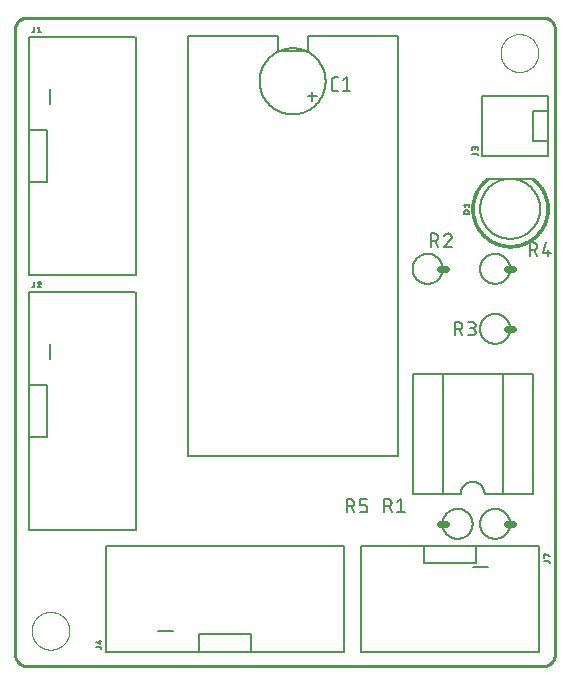
<source format=gto>
G75*
%MOIN*%
%OFA0B0*%
%FSLAX25Y25*%
%IPPOS*%
%LPD*%
%AMOC8*
5,1,8,0,0,1.08239X$1,22.5*
%
%ADD10C,0.00000*%
%ADD11C,0.01000*%
%ADD12C,0.00800*%
%ADD13C,0.00100*%
%ADD14C,0.00500*%
%ADD15C,0.00600*%
%ADD16C,0.02400*%
D10*
X0012712Y0019011D02*
X0012714Y0019169D01*
X0012720Y0019327D01*
X0012730Y0019485D01*
X0012744Y0019643D01*
X0012762Y0019800D01*
X0012783Y0019957D01*
X0012809Y0020113D01*
X0012839Y0020269D01*
X0012872Y0020424D01*
X0012910Y0020577D01*
X0012951Y0020730D01*
X0012996Y0020882D01*
X0013045Y0021033D01*
X0013098Y0021182D01*
X0013154Y0021330D01*
X0013214Y0021476D01*
X0013278Y0021621D01*
X0013346Y0021764D01*
X0013417Y0021906D01*
X0013491Y0022046D01*
X0013569Y0022183D01*
X0013651Y0022319D01*
X0013735Y0022453D01*
X0013824Y0022584D01*
X0013915Y0022713D01*
X0014010Y0022840D01*
X0014107Y0022965D01*
X0014208Y0023087D01*
X0014312Y0023206D01*
X0014419Y0023323D01*
X0014529Y0023437D01*
X0014642Y0023548D01*
X0014757Y0023657D01*
X0014875Y0023762D01*
X0014996Y0023864D01*
X0015119Y0023964D01*
X0015245Y0024060D01*
X0015373Y0024153D01*
X0015503Y0024243D01*
X0015636Y0024329D01*
X0015771Y0024413D01*
X0015907Y0024492D01*
X0016046Y0024569D01*
X0016187Y0024641D01*
X0016329Y0024711D01*
X0016473Y0024776D01*
X0016619Y0024838D01*
X0016766Y0024896D01*
X0016915Y0024951D01*
X0017065Y0025002D01*
X0017216Y0025049D01*
X0017368Y0025092D01*
X0017521Y0025131D01*
X0017676Y0025167D01*
X0017831Y0025198D01*
X0017987Y0025226D01*
X0018143Y0025250D01*
X0018300Y0025270D01*
X0018458Y0025286D01*
X0018615Y0025298D01*
X0018774Y0025306D01*
X0018932Y0025310D01*
X0019090Y0025310D01*
X0019248Y0025306D01*
X0019407Y0025298D01*
X0019564Y0025286D01*
X0019722Y0025270D01*
X0019879Y0025250D01*
X0020035Y0025226D01*
X0020191Y0025198D01*
X0020346Y0025167D01*
X0020501Y0025131D01*
X0020654Y0025092D01*
X0020806Y0025049D01*
X0020957Y0025002D01*
X0021107Y0024951D01*
X0021256Y0024896D01*
X0021403Y0024838D01*
X0021549Y0024776D01*
X0021693Y0024711D01*
X0021835Y0024641D01*
X0021976Y0024569D01*
X0022115Y0024492D01*
X0022251Y0024413D01*
X0022386Y0024329D01*
X0022519Y0024243D01*
X0022649Y0024153D01*
X0022777Y0024060D01*
X0022903Y0023964D01*
X0023026Y0023864D01*
X0023147Y0023762D01*
X0023265Y0023657D01*
X0023380Y0023548D01*
X0023493Y0023437D01*
X0023603Y0023323D01*
X0023710Y0023206D01*
X0023814Y0023087D01*
X0023915Y0022965D01*
X0024012Y0022840D01*
X0024107Y0022713D01*
X0024198Y0022584D01*
X0024287Y0022453D01*
X0024371Y0022319D01*
X0024453Y0022183D01*
X0024531Y0022046D01*
X0024605Y0021906D01*
X0024676Y0021764D01*
X0024744Y0021621D01*
X0024808Y0021476D01*
X0024868Y0021330D01*
X0024924Y0021182D01*
X0024977Y0021033D01*
X0025026Y0020882D01*
X0025071Y0020730D01*
X0025112Y0020577D01*
X0025150Y0020424D01*
X0025183Y0020269D01*
X0025213Y0020113D01*
X0025239Y0019957D01*
X0025260Y0019800D01*
X0025278Y0019643D01*
X0025292Y0019485D01*
X0025302Y0019327D01*
X0025308Y0019169D01*
X0025310Y0019011D01*
X0025308Y0018853D01*
X0025302Y0018695D01*
X0025292Y0018537D01*
X0025278Y0018379D01*
X0025260Y0018222D01*
X0025239Y0018065D01*
X0025213Y0017909D01*
X0025183Y0017753D01*
X0025150Y0017598D01*
X0025112Y0017445D01*
X0025071Y0017292D01*
X0025026Y0017140D01*
X0024977Y0016989D01*
X0024924Y0016840D01*
X0024868Y0016692D01*
X0024808Y0016546D01*
X0024744Y0016401D01*
X0024676Y0016258D01*
X0024605Y0016116D01*
X0024531Y0015976D01*
X0024453Y0015839D01*
X0024371Y0015703D01*
X0024287Y0015569D01*
X0024198Y0015438D01*
X0024107Y0015309D01*
X0024012Y0015182D01*
X0023915Y0015057D01*
X0023814Y0014935D01*
X0023710Y0014816D01*
X0023603Y0014699D01*
X0023493Y0014585D01*
X0023380Y0014474D01*
X0023265Y0014365D01*
X0023147Y0014260D01*
X0023026Y0014158D01*
X0022903Y0014058D01*
X0022777Y0013962D01*
X0022649Y0013869D01*
X0022519Y0013779D01*
X0022386Y0013693D01*
X0022251Y0013609D01*
X0022115Y0013530D01*
X0021976Y0013453D01*
X0021835Y0013381D01*
X0021693Y0013311D01*
X0021549Y0013246D01*
X0021403Y0013184D01*
X0021256Y0013126D01*
X0021107Y0013071D01*
X0020957Y0013020D01*
X0020806Y0012973D01*
X0020654Y0012930D01*
X0020501Y0012891D01*
X0020346Y0012855D01*
X0020191Y0012824D01*
X0020035Y0012796D01*
X0019879Y0012772D01*
X0019722Y0012752D01*
X0019564Y0012736D01*
X0019407Y0012724D01*
X0019248Y0012716D01*
X0019090Y0012712D01*
X0018932Y0012712D01*
X0018774Y0012716D01*
X0018615Y0012724D01*
X0018458Y0012736D01*
X0018300Y0012752D01*
X0018143Y0012772D01*
X0017987Y0012796D01*
X0017831Y0012824D01*
X0017676Y0012855D01*
X0017521Y0012891D01*
X0017368Y0012930D01*
X0017216Y0012973D01*
X0017065Y0013020D01*
X0016915Y0013071D01*
X0016766Y0013126D01*
X0016619Y0013184D01*
X0016473Y0013246D01*
X0016329Y0013311D01*
X0016187Y0013381D01*
X0016046Y0013453D01*
X0015907Y0013530D01*
X0015771Y0013609D01*
X0015636Y0013693D01*
X0015503Y0013779D01*
X0015373Y0013869D01*
X0015245Y0013962D01*
X0015119Y0014058D01*
X0014996Y0014158D01*
X0014875Y0014260D01*
X0014757Y0014365D01*
X0014642Y0014474D01*
X0014529Y0014585D01*
X0014419Y0014699D01*
X0014312Y0014816D01*
X0014208Y0014935D01*
X0014107Y0015057D01*
X0014010Y0015182D01*
X0013915Y0015309D01*
X0013824Y0015438D01*
X0013735Y0015569D01*
X0013651Y0015703D01*
X0013569Y0015839D01*
X0013491Y0015976D01*
X0013417Y0016116D01*
X0013346Y0016258D01*
X0013278Y0016401D01*
X0013214Y0016546D01*
X0013154Y0016692D01*
X0013098Y0016840D01*
X0013045Y0016989D01*
X0012996Y0017140D01*
X0012951Y0017292D01*
X0012910Y0017445D01*
X0012872Y0017598D01*
X0012839Y0017753D01*
X0012809Y0017909D01*
X0012783Y0018065D01*
X0012762Y0018222D01*
X0012744Y0018379D01*
X0012730Y0018537D01*
X0012720Y0018695D01*
X0012714Y0018853D01*
X0012712Y0019011D01*
X0169011Y0211590D02*
X0169013Y0211748D01*
X0169019Y0211906D01*
X0169029Y0212064D01*
X0169043Y0212222D01*
X0169061Y0212379D01*
X0169082Y0212536D01*
X0169108Y0212692D01*
X0169138Y0212848D01*
X0169171Y0213003D01*
X0169209Y0213156D01*
X0169250Y0213309D01*
X0169295Y0213461D01*
X0169344Y0213612D01*
X0169397Y0213761D01*
X0169453Y0213909D01*
X0169513Y0214055D01*
X0169577Y0214200D01*
X0169645Y0214343D01*
X0169716Y0214485D01*
X0169790Y0214625D01*
X0169868Y0214762D01*
X0169950Y0214898D01*
X0170034Y0215032D01*
X0170123Y0215163D01*
X0170214Y0215292D01*
X0170309Y0215419D01*
X0170406Y0215544D01*
X0170507Y0215666D01*
X0170611Y0215785D01*
X0170718Y0215902D01*
X0170828Y0216016D01*
X0170941Y0216127D01*
X0171056Y0216236D01*
X0171174Y0216341D01*
X0171295Y0216443D01*
X0171418Y0216543D01*
X0171544Y0216639D01*
X0171672Y0216732D01*
X0171802Y0216822D01*
X0171935Y0216908D01*
X0172070Y0216992D01*
X0172206Y0217071D01*
X0172345Y0217148D01*
X0172486Y0217220D01*
X0172628Y0217290D01*
X0172772Y0217355D01*
X0172918Y0217417D01*
X0173065Y0217475D01*
X0173214Y0217530D01*
X0173364Y0217581D01*
X0173515Y0217628D01*
X0173667Y0217671D01*
X0173820Y0217710D01*
X0173975Y0217746D01*
X0174130Y0217777D01*
X0174286Y0217805D01*
X0174442Y0217829D01*
X0174599Y0217849D01*
X0174757Y0217865D01*
X0174914Y0217877D01*
X0175073Y0217885D01*
X0175231Y0217889D01*
X0175389Y0217889D01*
X0175547Y0217885D01*
X0175706Y0217877D01*
X0175863Y0217865D01*
X0176021Y0217849D01*
X0176178Y0217829D01*
X0176334Y0217805D01*
X0176490Y0217777D01*
X0176645Y0217746D01*
X0176800Y0217710D01*
X0176953Y0217671D01*
X0177105Y0217628D01*
X0177256Y0217581D01*
X0177406Y0217530D01*
X0177555Y0217475D01*
X0177702Y0217417D01*
X0177848Y0217355D01*
X0177992Y0217290D01*
X0178134Y0217220D01*
X0178275Y0217148D01*
X0178414Y0217071D01*
X0178550Y0216992D01*
X0178685Y0216908D01*
X0178818Y0216822D01*
X0178948Y0216732D01*
X0179076Y0216639D01*
X0179202Y0216543D01*
X0179325Y0216443D01*
X0179446Y0216341D01*
X0179564Y0216236D01*
X0179679Y0216127D01*
X0179792Y0216016D01*
X0179902Y0215902D01*
X0180009Y0215785D01*
X0180113Y0215666D01*
X0180214Y0215544D01*
X0180311Y0215419D01*
X0180406Y0215292D01*
X0180497Y0215163D01*
X0180586Y0215032D01*
X0180670Y0214898D01*
X0180752Y0214762D01*
X0180830Y0214625D01*
X0180904Y0214485D01*
X0180975Y0214343D01*
X0181043Y0214200D01*
X0181107Y0214055D01*
X0181167Y0213909D01*
X0181223Y0213761D01*
X0181276Y0213612D01*
X0181325Y0213461D01*
X0181370Y0213309D01*
X0181411Y0213156D01*
X0181449Y0213003D01*
X0181482Y0212848D01*
X0181512Y0212692D01*
X0181538Y0212536D01*
X0181559Y0212379D01*
X0181577Y0212222D01*
X0181591Y0212064D01*
X0181601Y0211906D01*
X0181607Y0211748D01*
X0181609Y0211590D01*
X0181607Y0211432D01*
X0181601Y0211274D01*
X0181591Y0211116D01*
X0181577Y0210958D01*
X0181559Y0210801D01*
X0181538Y0210644D01*
X0181512Y0210488D01*
X0181482Y0210332D01*
X0181449Y0210177D01*
X0181411Y0210024D01*
X0181370Y0209871D01*
X0181325Y0209719D01*
X0181276Y0209568D01*
X0181223Y0209419D01*
X0181167Y0209271D01*
X0181107Y0209125D01*
X0181043Y0208980D01*
X0180975Y0208837D01*
X0180904Y0208695D01*
X0180830Y0208555D01*
X0180752Y0208418D01*
X0180670Y0208282D01*
X0180586Y0208148D01*
X0180497Y0208017D01*
X0180406Y0207888D01*
X0180311Y0207761D01*
X0180214Y0207636D01*
X0180113Y0207514D01*
X0180009Y0207395D01*
X0179902Y0207278D01*
X0179792Y0207164D01*
X0179679Y0207053D01*
X0179564Y0206944D01*
X0179446Y0206839D01*
X0179325Y0206737D01*
X0179202Y0206637D01*
X0179076Y0206541D01*
X0178948Y0206448D01*
X0178818Y0206358D01*
X0178685Y0206272D01*
X0178550Y0206188D01*
X0178414Y0206109D01*
X0178275Y0206032D01*
X0178134Y0205960D01*
X0177992Y0205890D01*
X0177848Y0205825D01*
X0177702Y0205763D01*
X0177555Y0205705D01*
X0177406Y0205650D01*
X0177256Y0205599D01*
X0177105Y0205552D01*
X0176953Y0205509D01*
X0176800Y0205470D01*
X0176645Y0205434D01*
X0176490Y0205403D01*
X0176334Y0205375D01*
X0176178Y0205351D01*
X0176021Y0205331D01*
X0175863Y0205315D01*
X0175706Y0205303D01*
X0175547Y0205295D01*
X0175389Y0205291D01*
X0175231Y0205291D01*
X0175073Y0205295D01*
X0174914Y0205303D01*
X0174757Y0205315D01*
X0174599Y0205331D01*
X0174442Y0205351D01*
X0174286Y0205375D01*
X0174130Y0205403D01*
X0173975Y0205434D01*
X0173820Y0205470D01*
X0173667Y0205509D01*
X0173515Y0205552D01*
X0173364Y0205599D01*
X0173214Y0205650D01*
X0173065Y0205705D01*
X0172918Y0205763D01*
X0172772Y0205825D01*
X0172628Y0205890D01*
X0172486Y0205960D01*
X0172345Y0206032D01*
X0172206Y0206109D01*
X0172070Y0206188D01*
X0171935Y0206272D01*
X0171802Y0206358D01*
X0171672Y0206448D01*
X0171544Y0206541D01*
X0171418Y0206637D01*
X0171295Y0206737D01*
X0171174Y0206839D01*
X0171056Y0206944D01*
X0170941Y0207053D01*
X0170828Y0207164D01*
X0170718Y0207278D01*
X0170611Y0207395D01*
X0170507Y0207514D01*
X0170406Y0207636D01*
X0170309Y0207761D01*
X0170214Y0207888D01*
X0170123Y0208017D01*
X0170034Y0208148D01*
X0169950Y0208282D01*
X0169868Y0208418D01*
X0169790Y0208555D01*
X0169716Y0208695D01*
X0169645Y0208837D01*
X0169577Y0208980D01*
X0169513Y0209125D01*
X0169453Y0209271D01*
X0169397Y0209419D01*
X0169344Y0209568D01*
X0169295Y0209719D01*
X0169250Y0209871D01*
X0169209Y0210024D01*
X0169171Y0210177D01*
X0169138Y0210332D01*
X0169108Y0210488D01*
X0169082Y0210644D01*
X0169061Y0210801D01*
X0169043Y0210958D01*
X0169029Y0211116D01*
X0169019Y0211274D01*
X0169013Y0211432D01*
X0169011Y0211590D01*
D11*
X0007200Y0219464D02*
X0007200Y0011137D01*
X0007202Y0011013D01*
X0007208Y0010890D01*
X0007217Y0010766D01*
X0007231Y0010644D01*
X0007248Y0010521D01*
X0007270Y0010399D01*
X0007295Y0010278D01*
X0007324Y0010158D01*
X0007356Y0010039D01*
X0007393Y0009920D01*
X0007433Y0009803D01*
X0007476Y0009688D01*
X0007524Y0009573D01*
X0007575Y0009461D01*
X0007629Y0009350D01*
X0007687Y0009240D01*
X0007748Y0009133D01*
X0007813Y0009027D01*
X0007881Y0008924D01*
X0007952Y0008823D01*
X0008026Y0008724D01*
X0008103Y0008627D01*
X0008184Y0008533D01*
X0008267Y0008442D01*
X0008353Y0008353D01*
X0008442Y0008267D01*
X0008533Y0008184D01*
X0008627Y0008103D01*
X0008724Y0008026D01*
X0008823Y0007952D01*
X0008924Y0007881D01*
X0009027Y0007813D01*
X0009133Y0007748D01*
X0009240Y0007687D01*
X0009350Y0007629D01*
X0009461Y0007575D01*
X0009573Y0007524D01*
X0009688Y0007476D01*
X0009803Y0007433D01*
X0009920Y0007393D01*
X0010039Y0007356D01*
X0010158Y0007324D01*
X0010278Y0007295D01*
X0010399Y0007270D01*
X0010521Y0007248D01*
X0010644Y0007231D01*
X0010766Y0007217D01*
X0010890Y0007208D01*
X0011013Y0007202D01*
X0011137Y0007200D01*
X0183184Y0007200D01*
X0183308Y0007202D01*
X0183431Y0007208D01*
X0183555Y0007217D01*
X0183677Y0007231D01*
X0183800Y0007248D01*
X0183922Y0007270D01*
X0184043Y0007295D01*
X0184163Y0007324D01*
X0184282Y0007356D01*
X0184401Y0007393D01*
X0184518Y0007433D01*
X0184633Y0007476D01*
X0184748Y0007524D01*
X0184860Y0007575D01*
X0184971Y0007629D01*
X0185081Y0007687D01*
X0185188Y0007748D01*
X0185294Y0007813D01*
X0185397Y0007881D01*
X0185498Y0007952D01*
X0185597Y0008026D01*
X0185694Y0008103D01*
X0185788Y0008184D01*
X0185879Y0008267D01*
X0185968Y0008353D01*
X0186054Y0008442D01*
X0186137Y0008533D01*
X0186218Y0008627D01*
X0186295Y0008724D01*
X0186369Y0008823D01*
X0186440Y0008924D01*
X0186508Y0009027D01*
X0186573Y0009133D01*
X0186634Y0009240D01*
X0186692Y0009350D01*
X0186746Y0009461D01*
X0186797Y0009573D01*
X0186845Y0009688D01*
X0186888Y0009803D01*
X0186928Y0009920D01*
X0186965Y0010039D01*
X0186997Y0010158D01*
X0187026Y0010278D01*
X0187051Y0010399D01*
X0187073Y0010521D01*
X0187090Y0010644D01*
X0187104Y0010766D01*
X0187113Y0010890D01*
X0187119Y0011013D01*
X0187121Y0011137D01*
X0187121Y0219464D01*
X0187119Y0219588D01*
X0187113Y0219711D01*
X0187104Y0219835D01*
X0187090Y0219957D01*
X0187073Y0220080D01*
X0187051Y0220202D01*
X0187026Y0220323D01*
X0186997Y0220443D01*
X0186965Y0220562D01*
X0186928Y0220681D01*
X0186888Y0220798D01*
X0186845Y0220913D01*
X0186797Y0221028D01*
X0186746Y0221140D01*
X0186692Y0221251D01*
X0186634Y0221361D01*
X0186573Y0221468D01*
X0186508Y0221574D01*
X0186440Y0221677D01*
X0186369Y0221778D01*
X0186295Y0221877D01*
X0186218Y0221974D01*
X0186137Y0222068D01*
X0186054Y0222159D01*
X0185968Y0222248D01*
X0185879Y0222334D01*
X0185788Y0222417D01*
X0185694Y0222498D01*
X0185597Y0222575D01*
X0185498Y0222649D01*
X0185397Y0222720D01*
X0185294Y0222788D01*
X0185188Y0222853D01*
X0185081Y0222914D01*
X0184971Y0222972D01*
X0184860Y0223026D01*
X0184748Y0223077D01*
X0184633Y0223125D01*
X0184518Y0223168D01*
X0184401Y0223208D01*
X0184282Y0223245D01*
X0184163Y0223277D01*
X0184043Y0223306D01*
X0183922Y0223331D01*
X0183800Y0223353D01*
X0183677Y0223370D01*
X0183555Y0223384D01*
X0183431Y0223393D01*
X0183308Y0223399D01*
X0183184Y0223401D01*
X0011137Y0223401D01*
X0011013Y0223399D01*
X0010890Y0223393D01*
X0010766Y0223384D01*
X0010644Y0223370D01*
X0010521Y0223353D01*
X0010399Y0223331D01*
X0010278Y0223306D01*
X0010158Y0223277D01*
X0010039Y0223245D01*
X0009920Y0223208D01*
X0009803Y0223168D01*
X0009688Y0223125D01*
X0009573Y0223077D01*
X0009461Y0223026D01*
X0009350Y0222972D01*
X0009240Y0222914D01*
X0009133Y0222853D01*
X0009027Y0222788D01*
X0008924Y0222720D01*
X0008823Y0222649D01*
X0008724Y0222575D01*
X0008627Y0222498D01*
X0008533Y0222417D01*
X0008442Y0222334D01*
X0008353Y0222248D01*
X0008267Y0222159D01*
X0008184Y0222068D01*
X0008103Y0221974D01*
X0008026Y0221877D01*
X0007952Y0221778D01*
X0007881Y0221677D01*
X0007813Y0221574D01*
X0007748Y0221468D01*
X0007687Y0221361D01*
X0007629Y0221251D01*
X0007575Y0221140D01*
X0007524Y0221028D01*
X0007476Y0220913D01*
X0007433Y0220798D01*
X0007393Y0220681D01*
X0007356Y0220562D01*
X0007324Y0220443D01*
X0007295Y0220323D01*
X0007270Y0220202D01*
X0007248Y0220080D01*
X0007231Y0219957D01*
X0007217Y0219835D01*
X0007208Y0219711D01*
X0007202Y0219588D01*
X0007200Y0219464D01*
D12*
X0011983Y0216964D02*
X0047023Y0216964D01*
X0047417Y0216964D02*
X0047417Y0137436D01*
X0011983Y0137436D01*
X0011983Y0168539D01*
X0017889Y0168539D01*
X0017889Y0185861D01*
X0011983Y0185861D01*
X0011983Y0216964D01*
X0018775Y0199700D02*
X0018775Y0194700D01*
X0011983Y0185861D02*
X0011983Y0168539D01*
X0011983Y0131964D02*
X0047023Y0131964D01*
X0047417Y0131964D02*
X0047417Y0052436D01*
X0011983Y0052436D01*
X0011983Y0083539D01*
X0017889Y0083539D01*
X0017889Y0100861D01*
X0011983Y0100861D01*
X0011983Y0131964D01*
X0018775Y0114700D02*
X0018775Y0109700D01*
X0011983Y0100861D02*
X0011983Y0083539D01*
X0037436Y0047417D02*
X0116964Y0047417D01*
X0116964Y0011983D01*
X0085861Y0011983D01*
X0085861Y0017889D01*
X0068539Y0017889D01*
X0068539Y0011983D01*
X0037436Y0011983D01*
X0037436Y0047023D01*
X0054700Y0018775D02*
X0059700Y0018775D01*
X0068539Y0011983D02*
X0085861Y0011983D01*
X0122436Y0011983D02*
X0122436Y0047417D01*
X0143539Y0047417D01*
X0143539Y0041511D01*
X0160861Y0041511D01*
X0160861Y0047417D01*
X0181964Y0047417D01*
X0181964Y0012377D01*
X0181964Y0011983D02*
X0122436Y0011983D01*
X0143539Y0047417D02*
X0160861Y0047417D01*
X0159700Y0040125D02*
X0164700Y0040125D01*
X0134700Y0077200D02*
X0064700Y0077200D01*
X0064700Y0217200D01*
X0094700Y0217200D01*
X0094700Y0212200D01*
X0104700Y0212200D01*
X0104700Y0217200D01*
X0134700Y0217200D01*
X0134700Y0077200D01*
X0164700Y0169700D02*
X0179700Y0169700D01*
D13*
X0164391Y0170029D02*
X0164931Y0169309D01*
X0164930Y0169310D02*
X0164697Y0169129D01*
X0164469Y0168943D01*
X0164245Y0168751D01*
X0164026Y0168554D01*
X0163812Y0168352D01*
X0163603Y0168144D01*
X0163400Y0167931D01*
X0163201Y0167714D01*
X0163008Y0167491D01*
X0162820Y0167264D01*
X0162638Y0167033D01*
X0162461Y0166797D01*
X0162291Y0166556D01*
X0162126Y0166312D01*
X0161968Y0166064D01*
X0161815Y0165812D01*
X0161669Y0165556D01*
X0161529Y0165297D01*
X0161395Y0165034D01*
X0161268Y0164769D01*
X0161147Y0164500D01*
X0161033Y0164228D01*
X0160926Y0163954D01*
X0160825Y0163677D01*
X0160731Y0163398D01*
X0160644Y0163116D01*
X0160564Y0162833D01*
X0160491Y0162547D01*
X0160425Y0162260D01*
X0160366Y0161971D01*
X0160314Y0161681D01*
X0160269Y0161390D01*
X0160231Y0161098D01*
X0160201Y0160805D01*
X0160177Y0160511D01*
X0160161Y0160217D01*
X0160152Y0159923D01*
X0160150Y0159628D01*
X0160156Y0159333D01*
X0160168Y0159039D01*
X0160188Y0158745D01*
X0160215Y0158452D01*
X0160249Y0158159D01*
X0160290Y0157867D01*
X0160339Y0157577D01*
X0160394Y0157287D01*
X0160456Y0157000D01*
X0160526Y0156713D01*
X0160603Y0156429D01*
X0160686Y0156146D01*
X0160776Y0155866D01*
X0160873Y0155588D01*
X0160977Y0155312D01*
X0161088Y0155039D01*
X0161205Y0154769D01*
X0161329Y0154501D01*
X0161459Y0154237D01*
X0161596Y0153976D01*
X0161739Y0153719D01*
X0161889Y0153465D01*
X0162044Y0153214D01*
X0162206Y0152968D01*
X0162373Y0152726D01*
X0162547Y0152488D01*
X0162726Y0152254D01*
X0162911Y0152024D01*
X0163101Y0151800D01*
X0163297Y0151579D01*
X0163498Y0151364D01*
X0163705Y0151154D01*
X0163916Y0150949D01*
X0164133Y0150749D01*
X0164354Y0150554D01*
X0164580Y0150365D01*
X0164810Y0150182D01*
X0165045Y0150004D01*
X0165285Y0149832D01*
X0165528Y0149666D01*
X0165775Y0149506D01*
X0166026Y0149352D01*
X0166281Y0149204D01*
X0166540Y0149062D01*
X0166801Y0148927D01*
X0167066Y0148798D01*
X0167334Y0148676D01*
X0167605Y0148560D01*
X0167879Y0148451D01*
X0168155Y0148349D01*
X0168434Y0148254D01*
X0168715Y0148165D01*
X0168998Y0148083D01*
X0169283Y0148008D01*
X0169570Y0147941D01*
X0169858Y0147880D01*
X0170148Y0147826D01*
X0170439Y0147779D01*
X0170731Y0147740D01*
X0171023Y0147708D01*
X0171317Y0147682D01*
X0171611Y0147664D01*
X0171905Y0147654D01*
X0172200Y0147650D01*
X0172495Y0147654D01*
X0172789Y0147664D01*
X0173083Y0147682D01*
X0173377Y0147708D01*
X0173669Y0147740D01*
X0173961Y0147779D01*
X0174252Y0147826D01*
X0174542Y0147880D01*
X0174830Y0147941D01*
X0175117Y0148008D01*
X0175402Y0148083D01*
X0175685Y0148165D01*
X0175966Y0148254D01*
X0176245Y0148349D01*
X0176521Y0148451D01*
X0176795Y0148560D01*
X0177066Y0148676D01*
X0177334Y0148798D01*
X0177599Y0148927D01*
X0177860Y0149062D01*
X0178119Y0149204D01*
X0178374Y0149352D01*
X0178625Y0149506D01*
X0178872Y0149666D01*
X0179115Y0149832D01*
X0179355Y0150004D01*
X0179590Y0150182D01*
X0179820Y0150365D01*
X0180046Y0150554D01*
X0180267Y0150749D01*
X0180484Y0150949D01*
X0180695Y0151154D01*
X0180902Y0151364D01*
X0181103Y0151579D01*
X0181299Y0151800D01*
X0181489Y0152024D01*
X0181674Y0152254D01*
X0181853Y0152488D01*
X0182027Y0152726D01*
X0182194Y0152968D01*
X0182356Y0153214D01*
X0182511Y0153465D01*
X0182661Y0153719D01*
X0182804Y0153976D01*
X0182941Y0154237D01*
X0183071Y0154501D01*
X0183195Y0154769D01*
X0183312Y0155039D01*
X0183423Y0155312D01*
X0183527Y0155588D01*
X0183624Y0155866D01*
X0183714Y0156146D01*
X0183797Y0156429D01*
X0183874Y0156713D01*
X0183944Y0157000D01*
X0184006Y0157287D01*
X0184061Y0157577D01*
X0184110Y0157867D01*
X0184151Y0158159D01*
X0184185Y0158452D01*
X0184212Y0158745D01*
X0184232Y0159039D01*
X0184244Y0159333D01*
X0184250Y0159628D01*
X0184248Y0159923D01*
X0184239Y0160217D01*
X0184223Y0160511D01*
X0184199Y0160805D01*
X0184169Y0161098D01*
X0184131Y0161390D01*
X0184086Y0161681D01*
X0184034Y0161971D01*
X0183975Y0162260D01*
X0183909Y0162547D01*
X0183836Y0162833D01*
X0183756Y0163116D01*
X0183669Y0163398D01*
X0183575Y0163677D01*
X0183474Y0163954D01*
X0183367Y0164228D01*
X0183253Y0164500D01*
X0183132Y0164769D01*
X0183005Y0165034D01*
X0182871Y0165297D01*
X0182731Y0165556D01*
X0182585Y0165812D01*
X0182432Y0166064D01*
X0182274Y0166312D01*
X0182109Y0166556D01*
X0181939Y0166797D01*
X0181762Y0167033D01*
X0181580Y0167264D01*
X0181392Y0167491D01*
X0181199Y0167714D01*
X0181000Y0167931D01*
X0180797Y0168144D01*
X0180588Y0168352D01*
X0180374Y0168554D01*
X0180155Y0168751D01*
X0179931Y0168943D01*
X0179703Y0169129D01*
X0179470Y0169310D01*
X0180009Y0170029D01*
X0180010Y0170030D01*
X0180260Y0169836D01*
X0180506Y0169636D01*
X0180746Y0169430D01*
X0180981Y0169218D01*
X0181211Y0169000D01*
X0181436Y0168777D01*
X0181655Y0168549D01*
X0181869Y0168315D01*
X0182077Y0168076D01*
X0182279Y0167832D01*
X0182474Y0167583D01*
X0182664Y0167329D01*
X0182847Y0167071D01*
X0183024Y0166809D01*
X0183195Y0166542D01*
X0183359Y0166271D01*
X0183516Y0165996D01*
X0183667Y0165718D01*
X0183811Y0165435D01*
X0183947Y0165150D01*
X0184077Y0164861D01*
X0184200Y0164569D01*
X0184315Y0164274D01*
X0184423Y0163977D01*
X0184524Y0163676D01*
X0184618Y0163374D01*
X0184704Y0163069D01*
X0184783Y0162762D01*
X0184854Y0162454D01*
X0184917Y0162144D01*
X0184973Y0161832D01*
X0185022Y0161519D01*
X0185062Y0161205D01*
X0185095Y0160890D01*
X0185120Y0160574D01*
X0185138Y0160258D01*
X0185148Y0159942D01*
X0185150Y0159625D01*
X0185144Y0159308D01*
X0185131Y0158992D01*
X0185109Y0158676D01*
X0185081Y0158361D01*
X0185044Y0158046D01*
X0185000Y0157733D01*
X0184948Y0157420D01*
X0184888Y0157109D01*
X0184821Y0156800D01*
X0184746Y0156492D01*
X0184664Y0156186D01*
X0184575Y0155883D01*
X0184478Y0155581D01*
X0184373Y0155282D01*
X0184261Y0154986D01*
X0184143Y0154692D01*
X0184017Y0154402D01*
X0183884Y0154115D01*
X0183743Y0153830D01*
X0183596Y0153550D01*
X0183443Y0153273D01*
X0183282Y0153000D01*
X0183115Y0152731D01*
X0182941Y0152466D01*
X0182761Y0152206D01*
X0182575Y0151950D01*
X0182382Y0151699D01*
X0182184Y0151452D01*
X0181979Y0151210D01*
X0181769Y0150974D01*
X0181552Y0150742D01*
X0181330Y0150517D01*
X0181103Y0150296D01*
X0180871Y0150081D01*
X0180633Y0149872D01*
X0180390Y0149669D01*
X0180142Y0149471D01*
X0179890Y0149280D01*
X0179633Y0149095D01*
X0179371Y0148917D01*
X0179105Y0148745D01*
X0178836Y0148579D01*
X0178562Y0148420D01*
X0178284Y0148268D01*
X0178003Y0148123D01*
X0177718Y0147984D01*
X0177430Y0147853D01*
X0177138Y0147729D01*
X0176844Y0147611D01*
X0176547Y0147501D01*
X0176248Y0147399D01*
X0175946Y0147304D01*
X0175642Y0147216D01*
X0175335Y0147135D01*
X0175027Y0147062D01*
X0174717Y0146997D01*
X0174406Y0146939D01*
X0174093Y0146889D01*
X0173779Y0146847D01*
X0173465Y0146812D01*
X0173149Y0146785D01*
X0172833Y0146765D01*
X0172517Y0146754D01*
X0172200Y0146750D01*
X0171883Y0146754D01*
X0171567Y0146765D01*
X0171251Y0146785D01*
X0170935Y0146812D01*
X0170621Y0146847D01*
X0170307Y0146889D01*
X0169994Y0146939D01*
X0169683Y0146997D01*
X0169373Y0147062D01*
X0169065Y0147135D01*
X0168758Y0147216D01*
X0168454Y0147304D01*
X0168152Y0147399D01*
X0167853Y0147501D01*
X0167556Y0147611D01*
X0167262Y0147729D01*
X0166970Y0147853D01*
X0166682Y0147984D01*
X0166397Y0148123D01*
X0166116Y0148268D01*
X0165838Y0148420D01*
X0165564Y0148579D01*
X0165295Y0148745D01*
X0165029Y0148917D01*
X0164767Y0149095D01*
X0164510Y0149280D01*
X0164258Y0149471D01*
X0164010Y0149669D01*
X0163767Y0149872D01*
X0163529Y0150081D01*
X0163297Y0150296D01*
X0163070Y0150517D01*
X0162848Y0150742D01*
X0162631Y0150974D01*
X0162421Y0151210D01*
X0162216Y0151452D01*
X0162018Y0151699D01*
X0161825Y0151950D01*
X0161639Y0152206D01*
X0161459Y0152466D01*
X0161285Y0152731D01*
X0161118Y0153000D01*
X0160957Y0153273D01*
X0160804Y0153550D01*
X0160657Y0153830D01*
X0160516Y0154115D01*
X0160383Y0154402D01*
X0160257Y0154692D01*
X0160139Y0154986D01*
X0160027Y0155282D01*
X0159922Y0155581D01*
X0159825Y0155883D01*
X0159736Y0156186D01*
X0159654Y0156492D01*
X0159579Y0156800D01*
X0159512Y0157109D01*
X0159452Y0157420D01*
X0159400Y0157733D01*
X0159356Y0158046D01*
X0159319Y0158361D01*
X0159291Y0158676D01*
X0159269Y0158992D01*
X0159256Y0159308D01*
X0159250Y0159625D01*
X0159252Y0159942D01*
X0159262Y0160258D01*
X0159280Y0160574D01*
X0159305Y0160890D01*
X0159338Y0161205D01*
X0159378Y0161519D01*
X0159427Y0161832D01*
X0159483Y0162144D01*
X0159546Y0162454D01*
X0159617Y0162762D01*
X0159696Y0163069D01*
X0159782Y0163374D01*
X0159876Y0163676D01*
X0159977Y0163977D01*
X0160085Y0164274D01*
X0160200Y0164569D01*
X0160323Y0164861D01*
X0160453Y0165150D01*
X0160589Y0165435D01*
X0160733Y0165718D01*
X0160884Y0165996D01*
X0161041Y0166271D01*
X0161205Y0166542D01*
X0161376Y0166809D01*
X0161553Y0167071D01*
X0161736Y0167329D01*
X0161926Y0167583D01*
X0162121Y0167832D01*
X0162323Y0168076D01*
X0162531Y0168315D01*
X0162745Y0168549D01*
X0162964Y0168777D01*
X0163189Y0169000D01*
X0163419Y0169218D01*
X0163654Y0169430D01*
X0163894Y0169636D01*
X0164140Y0169836D01*
X0164390Y0170030D01*
X0164446Y0169955D01*
X0164198Y0169762D01*
X0163954Y0169563D01*
X0163716Y0169359D01*
X0163482Y0169149D01*
X0163254Y0168933D01*
X0163031Y0168711D01*
X0162813Y0168484D01*
X0162601Y0168252D01*
X0162395Y0168015D01*
X0162194Y0167773D01*
X0162000Y0167525D01*
X0161812Y0167274D01*
X0161630Y0167017D01*
X0161454Y0166757D01*
X0161285Y0166492D01*
X0161122Y0166223D01*
X0160966Y0165950D01*
X0160816Y0165674D01*
X0160674Y0165394D01*
X0160538Y0165110D01*
X0160409Y0164823D01*
X0160287Y0164533D01*
X0160173Y0164241D01*
X0160065Y0163945D01*
X0159965Y0163647D01*
X0159872Y0163347D01*
X0159787Y0163044D01*
X0159709Y0162740D01*
X0159638Y0162434D01*
X0159575Y0162126D01*
X0159519Y0161816D01*
X0159471Y0161506D01*
X0159431Y0161194D01*
X0159398Y0160881D01*
X0159373Y0160568D01*
X0159356Y0160254D01*
X0159346Y0159940D01*
X0159344Y0159625D01*
X0159350Y0159311D01*
X0159363Y0158997D01*
X0159384Y0158683D01*
X0159413Y0158370D01*
X0159449Y0158058D01*
X0159493Y0157747D01*
X0159545Y0157437D01*
X0159604Y0157128D01*
X0159671Y0156821D01*
X0159745Y0156515D01*
X0159826Y0156212D01*
X0159915Y0155910D01*
X0160012Y0155611D01*
X0160115Y0155314D01*
X0160226Y0155020D01*
X0160344Y0154729D01*
X0160469Y0154440D01*
X0160601Y0154155D01*
X0160740Y0153873D01*
X0160886Y0153595D01*
X0161039Y0153320D01*
X0161198Y0153049D01*
X0161364Y0152782D01*
X0161537Y0152519D01*
X0161715Y0152260D01*
X0161900Y0152006D01*
X0162092Y0151757D01*
X0162289Y0151512D01*
X0162492Y0151272D01*
X0162701Y0151037D01*
X0162916Y0150807D01*
X0163136Y0150583D01*
X0163361Y0150364D01*
X0163592Y0150151D01*
X0163828Y0149943D01*
X0164070Y0149741D01*
X0164315Y0149546D01*
X0164566Y0149356D01*
X0164821Y0149172D01*
X0165081Y0148995D01*
X0165345Y0148824D01*
X0165613Y0148660D01*
X0165885Y0148502D01*
X0166160Y0148351D01*
X0166440Y0148207D01*
X0166722Y0148069D01*
X0167008Y0147939D01*
X0167297Y0147815D01*
X0167590Y0147699D01*
X0167884Y0147590D01*
X0168182Y0147488D01*
X0168481Y0147394D01*
X0168784Y0147306D01*
X0169088Y0147226D01*
X0169393Y0147154D01*
X0169701Y0147089D01*
X0170010Y0147032D01*
X0170321Y0146982D01*
X0170632Y0146940D01*
X0170945Y0146905D01*
X0171258Y0146879D01*
X0171572Y0146859D01*
X0171886Y0146848D01*
X0172200Y0146844D01*
X0172514Y0146848D01*
X0172828Y0146859D01*
X0173142Y0146879D01*
X0173455Y0146905D01*
X0173768Y0146940D01*
X0174079Y0146982D01*
X0174390Y0147032D01*
X0174699Y0147089D01*
X0175007Y0147154D01*
X0175312Y0147226D01*
X0175616Y0147306D01*
X0175919Y0147394D01*
X0176218Y0147488D01*
X0176516Y0147590D01*
X0176810Y0147699D01*
X0177103Y0147815D01*
X0177392Y0147939D01*
X0177678Y0148069D01*
X0177960Y0148207D01*
X0178240Y0148351D01*
X0178515Y0148502D01*
X0178787Y0148660D01*
X0179055Y0148824D01*
X0179319Y0148995D01*
X0179579Y0149172D01*
X0179834Y0149356D01*
X0180085Y0149546D01*
X0180330Y0149741D01*
X0180572Y0149943D01*
X0180808Y0150151D01*
X0181039Y0150364D01*
X0181264Y0150583D01*
X0181484Y0150807D01*
X0181699Y0151037D01*
X0181908Y0151272D01*
X0182111Y0151512D01*
X0182308Y0151757D01*
X0182500Y0152006D01*
X0182685Y0152260D01*
X0182863Y0152519D01*
X0183036Y0152782D01*
X0183202Y0153049D01*
X0183361Y0153320D01*
X0183514Y0153595D01*
X0183660Y0153873D01*
X0183799Y0154155D01*
X0183931Y0154440D01*
X0184056Y0154729D01*
X0184174Y0155020D01*
X0184285Y0155314D01*
X0184388Y0155611D01*
X0184485Y0155910D01*
X0184574Y0156212D01*
X0184655Y0156515D01*
X0184729Y0156821D01*
X0184796Y0157128D01*
X0184855Y0157437D01*
X0184907Y0157747D01*
X0184951Y0158058D01*
X0184987Y0158370D01*
X0185016Y0158683D01*
X0185037Y0158997D01*
X0185050Y0159311D01*
X0185056Y0159625D01*
X0185054Y0159940D01*
X0185044Y0160254D01*
X0185027Y0160568D01*
X0185002Y0160881D01*
X0184969Y0161194D01*
X0184929Y0161506D01*
X0184881Y0161816D01*
X0184825Y0162126D01*
X0184762Y0162434D01*
X0184691Y0162740D01*
X0184613Y0163044D01*
X0184528Y0163347D01*
X0184435Y0163647D01*
X0184335Y0163945D01*
X0184227Y0164241D01*
X0184113Y0164533D01*
X0183991Y0164823D01*
X0183862Y0165110D01*
X0183726Y0165394D01*
X0183584Y0165674D01*
X0183434Y0165950D01*
X0183278Y0166223D01*
X0183115Y0166492D01*
X0182946Y0166757D01*
X0182770Y0167017D01*
X0182588Y0167274D01*
X0182400Y0167525D01*
X0182206Y0167773D01*
X0182005Y0168015D01*
X0181799Y0168252D01*
X0181587Y0168484D01*
X0181369Y0168711D01*
X0181146Y0168933D01*
X0180918Y0169149D01*
X0180684Y0169359D01*
X0180446Y0169563D01*
X0180202Y0169762D01*
X0179954Y0169955D01*
X0179897Y0169880D01*
X0180144Y0169688D01*
X0180386Y0169491D01*
X0180623Y0169288D01*
X0180854Y0169079D01*
X0181081Y0168865D01*
X0181303Y0168645D01*
X0181519Y0168420D01*
X0181729Y0168189D01*
X0181934Y0167954D01*
X0182133Y0167713D01*
X0182326Y0167468D01*
X0182512Y0167218D01*
X0182693Y0166964D01*
X0182868Y0166705D01*
X0183036Y0166442D01*
X0183197Y0166175D01*
X0183352Y0165904D01*
X0183501Y0165630D01*
X0183642Y0165352D01*
X0183777Y0165070D01*
X0183905Y0164786D01*
X0184026Y0164498D01*
X0184140Y0164207D01*
X0184246Y0163914D01*
X0184346Y0163618D01*
X0184438Y0163320D01*
X0184523Y0163020D01*
X0184600Y0162717D01*
X0184670Y0162413D01*
X0184733Y0162108D01*
X0184788Y0161801D01*
X0184836Y0161492D01*
X0184876Y0161183D01*
X0184908Y0160872D01*
X0184933Y0160561D01*
X0184950Y0160250D01*
X0184960Y0159938D01*
X0184962Y0159626D01*
X0184956Y0159314D01*
X0184943Y0159002D01*
X0184922Y0158691D01*
X0184894Y0158380D01*
X0184857Y0158070D01*
X0184814Y0157761D01*
X0184763Y0157453D01*
X0184704Y0157146D01*
X0184638Y0156842D01*
X0184564Y0156538D01*
X0184483Y0156237D01*
X0184395Y0155938D01*
X0184299Y0155641D01*
X0184196Y0155346D01*
X0184086Y0155054D01*
X0183969Y0154765D01*
X0183845Y0154478D01*
X0183714Y0154195D01*
X0183576Y0153915D01*
X0183431Y0153639D01*
X0183279Y0153366D01*
X0183121Y0153097D01*
X0182956Y0152832D01*
X0182785Y0152571D01*
X0182608Y0152315D01*
X0182424Y0152062D01*
X0182234Y0151815D01*
X0182039Y0151572D01*
X0181837Y0151333D01*
X0181629Y0151100D01*
X0181416Y0150872D01*
X0181198Y0150650D01*
X0180974Y0150432D01*
X0180745Y0150221D01*
X0180510Y0150015D01*
X0180271Y0149814D01*
X0180027Y0149620D01*
X0179778Y0149432D01*
X0179525Y0149249D01*
X0179267Y0149073D01*
X0179005Y0148904D01*
X0178739Y0148741D01*
X0178469Y0148584D01*
X0178195Y0148434D01*
X0177918Y0148291D01*
X0177638Y0148154D01*
X0177354Y0148025D01*
X0177067Y0147902D01*
X0176777Y0147787D01*
X0176484Y0147679D01*
X0176189Y0147577D01*
X0175891Y0147483D01*
X0175591Y0147397D01*
X0175290Y0147318D01*
X0174986Y0147246D01*
X0174681Y0147181D01*
X0174374Y0147124D01*
X0174066Y0147075D01*
X0173756Y0147033D01*
X0173446Y0146999D01*
X0173135Y0146972D01*
X0172824Y0146953D01*
X0172512Y0146942D01*
X0172200Y0146938D01*
X0171888Y0146942D01*
X0171576Y0146953D01*
X0171265Y0146972D01*
X0170954Y0146999D01*
X0170644Y0147033D01*
X0170334Y0147075D01*
X0170026Y0147124D01*
X0169719Y0147181D01*
X0169414Y0147246D01*
X0169110Y0147318D01*
X0168809Y0147397D01*
X0168509Y0147483D01*
X0168211Y0147577D01*
X0167916Y0147679D01*
X0167623Y0147787D01*
X0167333Y0147902D01*
X0167046Y0148025D01*
X0166762Y0148154D01*
X0166482Y0148291D01*
X0166205Y0148434D01*
X0165931Y0148584D01*
X0165661Y0148741D01*
X0165395Y0148904D01*
X0165133Y0149073D01*
X0164875Y0149249D01*
X0164622Y0149432D01*
X0164373Y0149620D01*
X0164129Y0149814D01*
X0163890Y0150015D01*
X0163655Y0150221D01*
X0163426Y0150432D01*
X0163202Y0150650D01*
X0162984Y0150872D01*
X0162771Y0151100D01*
X0162563Y0151333D01*
X0162361Y0151572D01*
X0162166Y0151815D01*
X0161976Y0152062D01*
X0161792Y0152315D01*
X0161615Y0152571D01*
X0161444Y0152832D01*
X0161279Y0153097D01*
X0161121Y0153366D01*
X0160969Y0153639D01*
X0160824Y0153915D01*
X0160686Y0154195D01*
X0160555Y0154478D01*
X0160431Y0154765D01*
X0160314Y0155054D01*
X0160204Y0155346D01*
X0160101Y0155641D01*
X0160005Y0155938D01*
X0159917Y0156237D01*
X0159836Y0156538D01*
X0159762Y0156842D01*
X0159696Y0157146D01*
X0159637Y0157453D01*
X0159586Y0157761D01*
X0159543Y0158070D01*
X0159506Y0158380D01*
X0159478Y0158691D01*
X0159457Y0159002D01*
X0159444Y0159314D01*
X0159438Y0159626D01*
X0159440Y0159938D01*
X0159450Y0160250D01*
X0159467Y0160561D01*
X0159492Y0160872D01*
X0159524Y0161183D01*
X0159564Y0161492D01*
X0159612Y0161801D01*
X0159667Y0162108D01*
X0159730Y0162413D01*
X0159800Y0162717D01*
X0159877Y0163020D01*
X0159962Y0163320D01*
X0160054Y0163618D01*
X0160154Y0163914D01*
X0160260Y0164207D01*
X0160374Y0164498D01*
X0160495Y0164786D01*
X0160623Y0165070D01*
X0160758Y0165352D01*
X0160899Y0165630D01*
X0161048Y0165904D01*
X0161203Y0166175D01*
X0161364Y0166442D01*
X0161532Y0166705D01*
X0161707Y0166964D01*
X0161888Y0167218D01*
X0162074Y0167468D01*
X0162267Y0167713D01*
X0162466Y0167954D01*
X0162671Y0168189D01*
X0162881Y0168420D01*
X0163097Y0168645D01*
X0163319Y0168865D01*
X0163546Y0169079D01*
X0163777Y0169288D01*
X0164014Y0169491D01*
X0164256Y0169688D01*
X0164503Y0169880D01*
X0164559Y0169804D01*
X0164314Y0169614D01*
X0164074Y0169419D01*
X0163839Y0169217D01*
X0163609Y0169010D01*
X0163384Y0168797D01*
X0163164Y0168579D01*
X0162950Y0168355D01*
X0162741Y0168126D01*
X0162538Y0167893D01*
X0162340Y0167654D01*
X0162149Y0167411D01*
X0161963Y0167162D01*
X0161784Y0166910D01*
X0161611Y0166653D01*
X0161444Y0166392D01*
X0161283Y0166127D01*
X0161130Y0165858D01*
X0160982Y0165586D01*
X0160842Y0165310D01*
X0160708Y0165030D01*
X0160581Y0164748D01*
X0160461Y0164462D01*
X0160348Y0164174D01*
X0160242Y0163883D01*
X0160144Y0163589D01*
X0160052Y0163293D01*
X0159968Y0162995D01*
X0159891Y0162695D01*
X0159822Y0162393D01*
X0159759Y0162090D01*
X0159705Y0161785D01*
X0159657Y0161479D01*
X0159618Y0161171D01*
X0159586Y0160863D01*
X0159561Y0160555D01*
X0159544Y0160245D01*
X0159534Y0159936D01*
X0159532Y0159626D01*
X0159538Y0159316D01*
X0159551Y0159007D01*
X0159572Y0158698D01*
X0159600Y0158389D01*
X0159636Y0158082D01*
X0159679Y0157775D01*
X0159730Y0157469D01*
X0159788Y0157165D01*
X0159854Y0156862D01*
X0159927Y0156561D01*
X0160007Y0156262D01*
X0160095Y0155965D01*
X0160190Y0155670D01*
X0160292Y0155378D01*
X0160401Y0155088D01*
X0160518Y0154801D01*
X0160641Y0154517D01*
X0160771Y0154236D01*
X0160908Y0153958D01*
X0161052Y0153684D01*
X0161202Y0153413D01*
X0161359Y0153146D01*
X0161523Y0152883D01*
X0161693Y0152624D01*
X0161869Y0152369D01*
X0162051Y0152118D01*
X0162240Y0151873D01*
X0162434Y0151631D01*
X0162634Y0151395D01*
X0162840Y0151164D01*
X0163052Y0150937D01*
X0163269Y0150716D01*
X0163491Y0150501D01*
X0163718Y0150290D01*
X0163951Y0150086D01*
X0164189Y0149887D01*
X0164431Y0149694D01*
X0164678Y0149507D01*
X0164929Y0149326D01*
X0165185Y0149152D01*
X0165445Y0148983D01*
X0165709Y0148821D01*
X0165977Y0148666D01*
X0166249Y0148517D01*
X0166524Y0148375D01*
X0166803Y0148239D01*
X0167084Y0148111D01*
X0167369Y0147989D01*
X0167657Y0147875D01*
X0167948Y0147767D01*
X0168241Y0147667D01*
X0168536Y0147573D01*
X0168834Y0147487D01*
X0169133Y0147409D01*
X0169435Y0147338D01*
X0169738Y0147274D01*
X0170042Y0147217D01*
X0170348Y0147168D01*
X0170655Y0147127D01*
X0170963Y0147093D01*
X0171272Y0147066D01*
X0171581Y0147047D01*
X0171890Y0147036D01*
X0172200Y0147032D01*
X0172510Y0147036D01*
X0172819Y0147047D01*
X0173128Y0147066D01*
X0173437Y0147093D01*
X0173745Y0147127D01*
X0174052Y0147168D01*
X0174358Y0147217D01*
X0174662Y0147274D01*
X0174965Y0147338D01*
X0175267Y0147409D01*
X0175566Y0147487D01*
X0175864Y0147573D01*
X0176159Y0147667D01*
X0176452Y0147767D01*
X0176743Y0147875D01*
X0177031Y0147989D01*
X0177316Y0148111D01*
X0177597Y0148239D01*
X0177876Y0148375D01*
X0178151Y0148517D01*
X0178423Y0148666D01*
X0178691Y0148821D01*
X0178955Y0148983D01*
X0179215Y0149152D01*
X0179471Y0149326D01*
X0179722Y0149507D01*
X0179969Y0149694D01*
X0180211Y0149887D01*
X0180449Y0150086D01*
X0180682Y0150290D01*
X0180909Y0150501D01*
X0181131Y0150716D01*
X0181348Y0150937D01*
X0181560Y0151164D01*
X0181766Y0151395D01*
X0181966Y0151631D01*
X0182160Y0151873D01*
X0182349Y0152118D01*
X0182531Y0152369D01*
X0182707Y0152624D01*
X0182877Y0152883D01*
X0183041Y0153146D01*
X0183198Y0153413D01*
X0183348Y0153684D01*
X0183492Y0153958D01*
X0183629Y0154236D01*
X0183759Y0154517D01*
X0183882Y0154801D01*
X0183999Y0155088D01*
X0184108Y0155378D01*
X0184210Y0155670D01*
X0184305Y0155965D01*
X0184393Y0156262D01*
X0184473Y0156561D01*
X0184546Y0156862D01*
X0184612Y0157165D01*
X0184670Y0157469D01*
X0184721Y0157775D01*
X0184764Y0158082D01*
X0184800Y0158389D01*
X0184828Y0158698D01*
X0184849Y0159007D01*
X0184862Y0159316D01*
X0184868Y0159626D01*
X0184866Y0159936D01*
X0184856Y0160245D01*
X0184839Y0160555D01*
X0184814Y0160863D01*
X0184782Y0161171D01*
X0184743Y0161479D01*
X0184695Y0161785D01*
X0184641Y0162090D01*
X0184578Y0162393D01*
X0184509Y0162695D01*
X0184432Y0162995D01*
X0184348Y0163293D01*
X0184256Y0163589D01*
X0184158Y0163883D01*
X0184052Y0164174D01*
X0183939Y0164462D01*
X0183819Y0164748D01*
X0183692Y0165030D01*
X0183558Y0165310D01*
X0183418Y0165586D01*
X0183270Y0165858D01*
X0183117Y0166127D01*
X0182956Y0166392D01*
X0182789Y0166653D01*
X0182616Y0166910D01*
X0182437Y0167162D01*
X0182251Y0167411D01*
X0182060Y0167654D01*
X0181862Y0167893D01*
X0181659Y0168126D01*
X0181450Y0168355D01*
X0181236Y0168579D01*
X0181016Y0168797D01*
X0180791Y0169010D01*
X0180561Y0169217D01*
X0180326Y0169419D01*
X0180086Y0169614D01*
X0179841Y0169804D01*
X0179784Y0169729D01*
X0180027Y0169541D01*
X0180266Y0169346D01*
X0180499Y0169146D01*
X0180727Y0168941D01*
X0180951Y0168729D01*
X0181169Y0168513D01*
X0181382Y0168291D01*
X0181589Y0168064D01*
X0181791Y0167832D01*
X0181987Y0167595D01*
X0182177Y0167353D01*
X0182361Y0167107D01*
X0182539Y0166856D01*
X0182711Y0166601D01*
X0182876Y0166342D01*
X0183036Y0166079D01*
X0183188Y0165812D01*
X0183335Y0165542D01*
X0183474Y0165268D01*
X0183607Y0164991D01*
X0183733Y0164710D01*
X0183852Y0164427D01*
X0183964Y0164140D01*
X0184069Y0163851D01*
X0184167Y0163560D01*
X0184258Y0163266D01*
X0184341Y0162970D01*
X0184418Y0162673D01*
X0184487Y0162373D01*
X0184548Y0162072D01*
X0184603Y0161769D01*
X0184649Y0161465D01*
X0184689Y0161160D01*
X0184721Y0160855D01*
X0184745Y0160548D01*
X0184762Y0160241D01*
X0184772Y0159934D01*
X0184774Y0159626D01*
X0184768Y0159319D01*
X0184755Y0159012D01*
X0184735Y0158705D01*
X0184706Y0158399D01*
X0184671Y0158093D01*
X0184628Y0157789D01*
X0184577Y0157486D01*
X0184520Y0157184D01*
X0184454Y0156883D01*
X0184382Y0156584D01*
X0184302Y0156288D01*
X0184215Y0155993D01*
X0184121Y0155700D01*
X0184019Y0155410D01*
X0183911Y0155122D01*
X0183796Y0154837D01*
X0183673Y0154555D01*
X0183544Y0154276D01*
X0183408Y0154000D01*
X0183265Y0153728D01*
X0183116Y0153459D01*
X0182960Y0153194D01*
X0182798Y0152933D01*
X0182629Y0152676D01*
X0182454Y0152423D01*
X0182273Y0152175D01*
X0182086Y0151931D01*
X0181893Y0151691D01*
X0181695Y0151457D01*
X0181490Y0151227D01*
X0181280Y0151002D01*
X0181065Y0150783D01*
X0180844Y0150569D01*
X0180619Y0150360D01*
X0180388Y0150157D01*
X0180152Y0149960D01*
X0179911Y0149768D01*
X0179666Y0149583D01*
X0179417Y0149403D01*
X0179163Y0149230D01*
X0178905Y0149063D01*
X0178643Y0148902D01*
X0178377Y0148748D01*
X0178107Y0148600D01*
X0177834Y0148459D01*
X0177557Y0148324D01*
X0177278Y0148197D01*
X0176995Y0148076D01*
X0176709Y0147962D01*
X0176421Y0147856D01*
X0176130Y0147756D01*
X0175837Y0147663D01*
X0175541Y0147578D01*
X0175244Y0147500D01*
X0174945Y0147429D01*
X0174644Y0147366D01*
X0174342Y0147310D01*
X0174038Y0147261D01*
X0173733Y0147220D01*
X0173428Y0147186D01*
X0173122Y0147160D01*
X0172815Y0147141D01*
X0172507Y0147130D01*
X0172200Y0147126D01*
X0171893Y0147130D01*
X0171585Y0147141D01*
X0171278Y0147160D01*
X0170972Y0147186D01*
X0170667Y0147220D01*
X0170362Y0147261D01*
X0170058Y0147310D01*
X0169756Y0147366D01*
X0169455Y0147429D01*
X0169156Y0147500D01*
X0168859Y0147578D01*
X0168563Y0147663D01*
X0168270Y0147756D01*
X0167979Y0147856D01*
X0167691Y0147962D01*
X0167405Y0148076D01*
X0167122Y0148197D01*
X0166843Y0148324D01*
X0166566Y0148459D01*
X0166293Y0148600D01*
X0166023Y0148748D01*
X0165757Y0148902D01*
X0165495Y0149063D01*
X0165237Y0149230D01*
X0164983Y0149403D01*
X0164734Y0149583D01*
X0164489Y0149768D01*
X0164248Y0149960D01*
X0164012Y0150157D01*
X0163781Y0150360D01*
X0163556Y0150569D01*
X0163335Y0150783D01*
X0163120Y0151002D01*
X0162910Y0151227D01*
X0162705Y0151457D01*
X0162507Y0151691D01*
X0162314Y0151931D01*
X0162127Y0152175D01*
X0161946Y0152423D01*
X0161771Y0152676D01*
X0161602Y0152933D01*
X0161440Y0153194D01*
X0161284Y0153459D01*
X0161135Y0153728D01*
X0160992Y0154000D01*
X0160856Y0154276D01*
X0160727Y0154555D01*
X0160604Y0154837D01*
X0160489Y0155122D01*
X0160381Y0155410D01*
X0160279Y0155700D01*
X0160185Y0155993D01*
X0160098Y0156288D01*
X0160018Y0156584D01*
X0159946Y0156883D01*
X0159880Y0157184D01*
X0159823Y0157486D01*
X0159772Y0157789D01*
X0159729Y0158093D01*
X0159694Y0158399D01*
X0159665Y0158705D01*
X0159645Y0159012D01*
X0159632Y0159319D01*
X0159626Y0159626D01*
X0159628Y0159934D01*
X0159638Y0160241D01*
X0159655Y0160548D01*
X0159679Y0160855D01*
X0159711Y0161160D01*
X0159751Y0161465D01*
X0159797Y0161769D01*
X0159852Y0162072D01*
X0159913Y0162373D01*
X0159982Y0162673D01*
X0160059Y0162970D01*
X0160142Y0163266D01*
X0160233Y0163560D01*
X0160331Y0163851D01*
X0160436Y0164140D01*
X0160548Y0164427D01*
X0160667Y0164710D01*
X0160793Y0164991D01*
X0160926Y0165268D01*
X0161065Y0165542D01*
X0161212Y0165812D01*
X0161364Y0166079D01*
X0161524Y0166342D01*
X0161689Y0166601D01*
X0161861Y0166856D01*
X0162039Y0167107D01*
X0162223Y0167353D01*
X0162413Y0167595D01*
X0162609Y0167832D01*
X0162811Y0168064D01*
X0163018Y0168291D01*
X0163231Y0168513D01*
X0163449Y0168729D01*
X0163673Y0168941D01*
X0163901Y0169146D01*
X0164134Y0169346D01*
X0164373Y0169541D01*
X0164616Y0169729D01*
X0164672Y0169654D01*
X0164431Y0169467D01*
X0164194Y0169274D01*
X0163963Y0169075D01*
X0163736Y0168871D01*
X0163514Y0168662D01*
X0163298Y0168447D01*
X0163087Y0168226D01*
X0162881Y0168001D01*
X0162681Y0167771D01*
X0162486Y0167535D01*
X0162298Y0167296D01*
X0162115Y0167051D01*
X0161938Y0166802D01*
X0161768Y0166549D01*
X0161603Y0166292D01*
X0161445Y0166031D01*
X0161294Y0165766D01*
X0161149Y0165498D01*
X0161010Y0165226D01*
X0160878Y0164951D01*
X0160753Y0164672D01*
X0160635Y0164391D01*
X0160524Y0164107D01*
X0160420Y0163820D01*
X0160322Y0163531D01*
X0160232Y0163239D01*
X0160149Y0162946D01*
X0160074Y0162650D01*
X0160005Y0162353D01*
X0159944Y0162054D01*
X0159890Y0161753D01*
X0159844Y0161452D01*
X0159804Y0161149D01*
X0159773Y0160846D01*
X0159748Y0160541D01*
X0159732Y0160237D01*
X0159722Y0159932D01*
X0159720Y0159627D01*
X0159726Y0159322D01*
X0159739Y0159017D01*
X0159759Y0158712D01*
X0159787Y0158408D01*
X0159822Y0158105D01*
X0159865Y0157803D01*
X0159915Y0157502D01*
X0159972Y0157202D01*
X0160037Y0156904D01*
X0160109Y0156608D01*
X0160188Y0156313D01*
X0160275Y0156020D01*
X0160368Y0155730D01*
X0160469Y0155442D01*
X0160577Y0155156D01*
X0160691Y0154873D01*
X0160813Y0154593D01*
X0160941Y0154316D01*
X0161076Y0154043D01*
X0161217Y0153773D01*
X0161366Y0153506D01*
X0161520Y0153243D01*
X0161681Y0152984D01*
X0161849Y0152728D01*
X0162022Y0152477D01*
X0162202Y0152231D01*
X0162388Y0151989D01*
X0162579Y0151751D01*
X0162776Y0151518D01*
X0162979Y0151290D01*
X0163188Y0151067D01*
X0163401Y0150849D01*
X0163620Y0150637D01*
X0163844Y0150430D01*
X0164074Y0150228D01*
X0164308Y0150032D01*
X0164546Y0149842D01*
X0164790Y0149658D01*
X0165037Y0149480D01*
X0165289Y0149308D01*
X0165546Y0149142D01*
X0165806Y0148983D01*
X0166070Y0148829D01*
X0166337Y0148683D01*
X0166608Y0148543D01*
X0166883Y0148409D01*
X0167160Y0148283D01*
X0167441Y0148163D01*
X0167725Y0148050D01*
X0168011Y0147944D01*
X0168299Y0147845D01*
X0168590Y0147753D01*
X0168884Y0147669D01*
X0169179Y0147591D01*
X0169476Y0147521D01*
X0169774Y0147458D01*
X0170074Y0147402D01*
X0170376Y0147354D01*
X0170678Y0147313D01*
X0170981Y0147280D01*
X0171285Y0147254D01*
X0171590Y0147235D01*
X0171895Y0147224D01*
X0172200Y0147220D01*
X0172505Y0147224D01*
X0172810Y0147235D01*
X0173115Y0147254D01*
X0173419Y0147280D01*
X0173722Y0147313D01*
X0174024Y0147354D01*
X0174326Y0147402D01*
X0174626Y0147458D01*
X0174924Y0147521D01*
X0175221Y0147591D01*
X0175516Y0147669D01*
X0175810Y0147753D01*
X0176101Y0147845D01*
X0176389Y0147944D01*
X0176675Y0148050D01*
X0176959Y0148163D01*
X0177240Y0148283D01*
X0177517Y0148409D01*
X0177792Y0148543D01*
X0178063Y0148683D01*
X0178330Y0148829D01*
X0178594Y0148983D01*
X0178854Y0149142D01*
X0179111Y0149308D01*
X0179363Y0149480D01*
X0179610Y0149658D01*
X0179854Y0149842D01*
X0180092Y0150032D01*
X0180326Y0150228D01*
X0180556Y0150430D01*
X0180780Y0150637D01*
X0180999Y0150849D01*
X0181212Y0151067D01*
X0181421Y0151290D01*
X0181624Y0151518D01*
X0181821Y0151751D01*
X0182012Y0151989D01*
X0182198Y0152231D01*
X0182378Y0152477D01*
X0182551Y0152728D01*
X0182719Y0152984D01*
X0182880Y0153243D01*
X0183034Y0153506D01*
X0183183Y0153773D01*
X0183324Y0154043D01*
X0183459Y0154316D01*
X0183587Y0154593D01*
X0183709Y0154873D01*
X0183823Y0155156D01*
X0183931Y0155442D01*
X0184032Y0155730D01*
X0184125Y0156020D01*
X0184212Y0156313D01*
X0184291Y0156608D01*
X0184363Y0156904D01*
X0184428Y0157202D01*
X0184485Y0157502D01*
X0184535Y0157803D01*
X0184578Y0158105D01*
X0184613Y0158408D01*
X0184641Y0158712D01*
X0184661Y0159017D01*
X0184674Y0159322D01*
X0184680Y0159627D01*
X0184678Y0159932D01*
X0184668Y0160237D01*
X0184652Y0160541D01*
X0184627Y0160846D01*
X0184596Y0161149D01*
X0184556Y0161452D01*
X0184510Y0161753D01*
X0184456Y0162054D01*
X0184395Y0162353D01*
X0184326Y0162650D01*
X0184251Y0162946D01*
X0184168Y0163239D01*
X0184078Y0163531D01*
X0183980Y0163820D01*
X0183876Y0164107D01*
X0183765Y0164391D01*
X0183647Y0164672D01*
X0183522Y0164951D01*
X0183390Y0165226D01*
X0183251Y0165498D01*
X0183106Y0165766D01*
X0182955Y0166031D01*
X0182797Y0166292D01*
X0182632Y0166549D01*
X0182462Y0166802D01*
X0182285Y0167051D01*
X0182102Y0167296D01*
X0181914Y0167535D01*
X0181719Y0167771D01*
X0181519Y0168001D01*
X0181313Y0168226D01*
X0181102Y0168447D01*
X0180886Y0168662D01*
X0180664Y0168871D01*
X0180437Y0169075D01*
X0180206Y0169274D01*
X0179969Y0169467D01*
X0179728Y0169654D01*
X0179672Y0169579D01*
X0179911Y0169393D01*
X0180146Y0169202D01*
X0180375Y0169005D01*
X0180600Y0168802D01*
X0180821Y0168594D01*
X0181035Y0168380D01*
X0181245Y0168162D01*
X0181449Y0167938D01*
X0181648Y0167710D01*
X0181841Y0167476D01*
X0182028Y0167238D01*
X0182209Y0166996D01*
X0182385Y0166749D01*
X0182554Y0166498D01*
X0182717Y0166242D01*
X0182874Y0165983D01*
X0183024Y0165720D01*
X0183168Y0165454D01*
X0183306Y0165184D01*
X0183437Y0164911D01*
X0183561Y0164635D01*
X0183678Y0164355D01*
X0183788Y0164073D01*
X0183892Y0163789D01*
X0183988Y0163502D01*
X0184078Y0163212D01*
X0184160Y0162921D01*
X0184235Y0162628D01*
X0184303Y0162332D01*
X0184364Y0162036D01*
X0184417Y0161738D01*
X0184463Y0161438D01*
X0184502Y0161138D01*
X0184534Y0160837D01*
X0184558Y0160535D01*
X0184575Y0160232D01*
X0184584Y0159930D01*
X0184586Y0159627D01*
X0184580Y0159324D01*
X0184567Y0159022D01*
X0184547Y0158719D01*
X0184519Y0158418D01*
X0184484Y0158117D01*
X0184442Y0157817D01*
X0184392Y0157518D01*
X0184335Y0157221D01*
X0184271Y0156925D01*
X0184200Y0156631D01*
X0184121Y0156338D01*
X0184035Y0156048D01*
X0183942Y0155759D01*
X0183843Y0155474D01*
X0183736Y0155190D01*
X0183622Y0154910D01*
X0183502Y0154632D01*
X0183374Y0154357D01*
X0183240Y0154085D01*
X0183100Y0153817D01*
X0182953Y0153552D01*
X0182799Y0153291D01*
X0182639Y0153034D01*
X0182473Y0152781D01*
X0182301Y0152532D01*
X0182123Y0152287D01*
X0181938Y0152046D01*
X0181748Y0151811D01*
X0181553Y0151580D01*
X0181351Y0151353D01*
X0181145Y0151132D01*
X0180932Y0150916D01*
X0180715Y0150705D01*
X0180493Y0150500D01*
X0180265Y0150300D01*
X0180033Y0150105D01*
X0179796Y0149917D01*
X0179554Y0149734D01*
X0179309Y0149557D01*
X0179058Y0149386D01*
X0178804Y0149222D01*
X0178546Y0149063D01*
X0178284Y0148911D01*
X0178019Y0148766D01*
X0177750Y0148627D01*
X0177477Y0148494D01*
X0177202Y0148369D01*
X0176923Y0148250D01*
X0176642Y0148138D01*
X0176358Y0148033D01*
X0176071Y0147934D01*
X0175782Y0147843D01*
X0175491Y0147759D01*
X0175198Y0147682D01*
X0174904Y0147613D01*
X0174607Y0147550D01*
X0174310Y0147495D01*
X0174011Y0147447D01*
X0173711Y0147406D01*
X0173409Y0147373D01*
X0173108Y0147347D01*
X0172805Y0147329D01*
X0172503Y0147318D01*
X0172200Y0147314D01*
X0171897Y0147318D01*
X0171595Y0147329D01*
X0171292Y0147347D01*
X0170991Y0147373D01*
X0170689Y0147406D01*
X0170389Y0147447D01*
X0170090Y0147495D01*
X0169793Y0147550D01*
X0169496Y0147613D01*
X0169202Y0147682D01*
X0168909Y0147759D01*
X0168618Y0147843D01*
X0168329Y0147934D01*
X0168042Y0148033D01*
X0167758Y0148138D01*
X0167477Y0148250D01*
X0167198Y0148369D01*
X0166923Y0148494D01*
X0166650Y0148627D01*
X0166381Y0148766D01*
X0166116Y0148911D01*
X0165854Y0149063D01*
X0165596Y0149222D01*
X0165342Y0149386D01*
X0165091Y0149557D01*
X0164846Y0149734D01*
X0164604Y0149917D01*
X0164367Y0150105D01*
X0164135Y0150300D01*
X0163907Y0150500D01*
X0163685Y0150705D01*
X0163468Y0150916D01*
X0163255Y0151132D01*
X0163049Y0151353D01*
X0162847Y0151580D01*
X0162652Y0151811D01*
X0162462Y0152046D01*
X0162277Y0152287D01*
X0162099Y0152532D01*
X0161927Y0152781D01*
X0161761Y0153034D01*
X0161601Y0153291D01*
X0161447Y0153552D01*
X0161300Y0153817D01*
X0161160Y0154085D01*
X0161026Y0154357D01*
X0160898Y0154632D01*
X0160778Y0154910D01*
X0160664Y0155190D01*
X0160557Y0155474D01*
X0160458Y0155759D01*
X0160365Y0156048D01*
X0160279Y0156338D01*
X0160200Y0156631D01*
X0160129Y0156925D01*
X0160065Y0157221D01*
X0160008Y0157518D01*
X0159958Y0157817D01*
X0159916Y0158117D01*
X0159881Y0158418D01*
X0159853Y0158719D01*
X0159833Y0159022D01*
X0159820Y0159324D01*
X0159814Y0159627D01*
X0159816Y0159930D01*
X0159825Y0160232D01*
X0159842Y0160535D01*
X0159866Y0160837D01*
X0159898Y0161138D01*
X0159937Y0161438D01*
X0159983Y0161738D01*
X0160036Y0162036D01*
X0160097Y0162332D01*
X0160165Y0162628D01*
X0160240Y0162921D01*
X0160322Y0163212D01*
X0160412Y0163502D01*
X0160508Y0163789D01*
X0160612Y0164073D01*
X0160722Y0164355D01*
X0160839Y0164635D01*
X0160963Y0164911D01*
X0161094Y0165184D01*
X0161232Y0165454D01*
X0161376Y0165720D01*
X0161526Y0165983D01*
X0161683Y0166242D01*
X0161846Y0166498D01*
X0162015Y0166749D01*
X0162191Y0166996D01*
X0162372Y0167238D01*
X0162559Y0167476D01*
X0162752Y0167710D01*
X0162951Y0167938D01*
X0163155Y0168162D01*
X0163365Y0168380D01*
X0163579Y0168594D01*
X0163800Y0168802D01*
X0164025Y0169005D01*
X0164254Y0169202D01*
X0164489Y0169393D01*
X0164728Y0169579D01*
X0164785Y0169504D01*
X0164547Y0169319D01*
X0164315Y0169129D01*
X0164086Y0168934D01*
X0163863Y0168733D01*
X0163645Y0168526D01*
X0163431Y0168314D01*
X0163223Y0168097D01*
X0163021Y0167875D01*
X0162824Y0167648D01*
X0162632Y0167417D01*
X0162446Y0167181D01*
X0162266Y0166940D01*
X0162092Y0166695D01*
X0161924Y0166446D01*
X0161762Y0166192D01*
X0161607Y0165935D01*
X0161458Y0165674D01*
X0161315Y0165410D01*
X0161178Y0165142D01*
X0161049Y0164871D01*
X0160926Y0164597D01*
X0160809Y0164320D01*
X0160700Y0164040D01*
X0160597Y0163757D01*
X0160501Y0163473D01*
X0160413Y0163185D01*
X0160331Y0162896D01*
X0160256Y0162605D01*
X0160189Y0162312D01*
X0160128Y0162018D01*
X0160075Y0161722D01*
X0160030Y0161425D01*
X0159991Y0161127D01*
X0159960Y0160828D01*
X0159936Y0160528D01*
X0159919Y0160228D01*
X0159910Y0159928D01*
X0159908Y0159627D01*
X0159914Y0159327D01*
X0159926Y0159026D01*
X0159947Y0158727D01*
X0159974Y0158427D01*
X0160009Y0158129D01*
X0160051Y0157831D01*
X0160100Y0157535D01*
X0160157Y0157240D01*
X0160221Y0156946D01*
X0160291Y0156654D01*
X0160369Y0156364D01*
X0160455Y0156075D01*
X0160547Y0155789D01*
X0160646Y0155505D01*
X0160752Y0155224D01*
X0160865Y0154946D01*
X0160984Y0154670D01*
X0161111Y0154397D01*
X0161244Y0154128D01*
X0161383Y0153862D01*
X0161529Y0153599D01*
X0161681Y0153340D01*
X0161840Y0153084D01*
X0162005Y0152833D01*
X0162176Y0152586D01*
X0162353Y0152343D01*
X0162536Y0152104D01*
X0162724Y0151870D01*
X0162918Y0151641D01*
X0163118Y0151417D01*
X0163323Y0151197D01*
X0163534Y0150983D01*
X0163750Y0150773D01*
X0163970Y0150569D01*
X0164196Y0150371D01*
X0164427Y0150178D01*
X0164662Y0149991D01*
X0164901Y0149809D01*
X0165145Y0149634D01*
X0165394Y0149464D01*
X0165646Y0149301D01*
X0165902Y0149144D01*
X0166162Y0148993D01*
X0166426Y0148849D01*
X0166693Y0148711D01*
X0166963Y0148579D01*
X0167236Y0148455D01*
X0167513Y0148337D01*
X0167792Y0148226D01*
X0168074Y0148121D01*
X0168358Y0148024D01*
X0168645Y0147933D01*
X0168934Y0147850D01*
X0169224Y0147774D01*
X0169517Y0147704D01*
X0169811Y0147642D01*
X0170106Y0147588D01*
X0170403Y0147540D01*
X0170701Y0147500D01*
X0171000Y0147467D01*
X0171299Y0147441D01*
X0171599Y0147423D01*
X0171899Y0147412D01*
X0172200Y0147408D01*
X0172501Y0147412D01*
X0172801Y0147423D01*
X0173101Y0147441D01*
X0173400Y0147467D01*
X0173699Y0147500D01*
X0173997Y0147540D01*
X0174294Y0147588D01*
X0174589Y0147642D01*
X0174883Y0147704D01*
X0175176Y0147774D01*
X0175466Y0147850D01*
X0175755Y0147933D01*
X0176042Y0148024D01*
X0176326Y0148121D01*
X0176608Y0148226D01*
X0176887Y0148337D01*
X0177164Y0148455D01*
X0177437Y0148579D01*
X0177707Y0148711D01*
X0177974Y0148849D01*
X0178238Y0148993D01*
X0178498Y0149144D01*
X0178754Y0149301D01*
X0179006Y0149464D01*
X0179255Y0149634D01*
X0179499Y0149809D01*
X0179738Y0149991D01*
X0179973Y0150178D01*
X0180204Y0150371D01*
X0180430Y0150569D01*
X0180650Y0150773D01*
X0180866Y0150983D01*
X0181077Y0151197D01*
X0181282Y0151417D01*
X0181482Y0151641D01*
X0181676Y0151870D01*
X0181864Y0152104D01*
X0182047Y0152343D01*
X0182224Y0152586D01*
X0182395Y0152833D01*
X0182560Y0153084D01*
X0182719Y0153340D01*
X0182871Y0153599D01*
X0183017Y0153862D01*
X0183156Y0154128D01*
X0183289Y0154397D01*
X0183416Y0154670D01*
X0183535Y0154946D01*
X0183648Y0155224D01*
X0183754Y0155505D01*
X0183853Y0155789D01*
X0183945Y0156075D01*
X0184031Y0156364D01*
X0184109Y0156654D01*
X0184179Y0156946D01*
X0184243Y0157240D01*
X0184300Y0157535D01*
X0184349Y0157831D01*
X0184391Y0158129D01*
X0184426Y0158427D01*
X0184453Y0158727D01*
X0184474Y0159026D01*
X0184486Y0159327D01*
X0184492Y0159627D01*
X0184490Y0159928D01*
X0184481Y0160228D01*
X0184464Y0160528D01*
X0184440Y0160828D01*
X0184409Y0161127D01*
X0184370Y0161425D01*
X0184325Y0161722D01*
X0184272Y0162018D01*
X0184211Y0162312D01*
X0184144Y0162605D01*
X0184069Y0162896D01*
X0183987Y0163185D01*
X0183899Y0163473D01*
X0183803Y0163757D01*
X0183700Y0164040D01*
X0183591Y0164320D01*
X0183474Y0164597D01*
X0183351Y0164871D01*
X0183222Y0165142D01*
X0183085Y0165410D01*
X0182942Y0165674D01*
X0182793Y0165935D01*
X0182638Y0166192D01*
X0182476Y0166446D01*
X0182308Y0166695D01*
X0182134Y0166940D01*
X0181954Y0167181D01*
X0181768Y0167417D01*
X0181576Y0167648D01*
X0181379Y0167875D01*
X0181177Y0168097D01*
X0180969Y0168314D01*
X0180755Y0168526D01*
X0180537Y0168733D01*
X0180314Y0168934D01*
X0180085Y0169129D01*
X0179853Y0169319D01*
X0179615Y0169504D01*
X0179559Y0169428D01*
X0179794Y0169246D01*
X0180025Y0169057D01*
X0180252Y0168863D01*
X0180474Y0168663D01*
X0180690Y0168458D01*
X0180902Y0168248D01*
X0181108Y0168033D01*
X0181309Y0167813D01*
X0181505Y0167587D01*
X0181695Y0167358D01*
X0181879Y0167123D01*
X0182058Y0166884D01*
X0182231Y0166641D01*
X0182397Y0166394D01*
X0182558Y0166142D01*
X0182712Y0165887D01*
X0182860Y0165628D01*
X0183002Y0165366D01*
X0183137Y0165100D01*
X0183266Y0164831D01*
X0183388Y0164559D01*
X0183504Y0164284D01*
X0183613Y0164006D01*
X0183714Y0163726D01*
X0183809Y0163443D01*
X0183897Y0163158D01*
X0183978Y0162871D01*
X0184053Y0162583D01*
X0184119Y0162292D01*
X0184179Y0162000D01*
X0184232Y0161706D01*
X0184277Y0161411D01*
X0184316Y0161116D01*
X0184347Y0160819D01*
X0184370Y0160522D01*
X0184387Y0160224D01*
X0184396Y0159926D01*
X0184398Y0159628D01*
X0184392Y0159329D01*
X0184380Y0159031D01*
X0184360Y0158734D01*
X0184332Y0158437D01*
X0184298Y0158141D01*
X0184256Y0157845D01*
X0184207Y0157551D01*
X0184151Y0157258D01*
X0184088Y0156967D01*
X0184017Y0156677D01*
X0183940Y0156389D01*
X0183856Y0156103D01*
X0183764Y0155819D01*
X0183666Y0155537D01*
X0183561Y0155258D01*
X0183449Y0154982D01*
X0183330Y0154708D01*
X0183205Y0154438D01*
X0183073Y0154170D01*
X0182934Y0153906D01*
X0182789Y0153645D01*
X0182638Y0153388D01*
X0182481Y0153135D01*
X0182317Y0152886D01*
X0182147Y0152640D01*
X0181972Y0152399D01*
X0181790Y0152162D01*
X0181603Y0151930D01*
X0181411Y0151703D01*
X0181212Y0151480D01*
X0181009Y0151262D01*
X0180800Y0151049D01*
X0180586Y0150841D01*
X0180366Y0150639D01*
X0180143Y0150442D01*
X0179914Y0150251D01*
X0179680Y0150065D01*
X0179443Y0149885D01*
X0179201Y0149711D01*
X0178954Y0149543D01*
X0178704Y0149381D01*
X0178450Y0149225D01*
X0178192Y0149075D01*
X0177930Y0148932D01*
X0177665Y0148795D01*
X0177397Y0148664D01*
X0177126Y0148541D01*
X0176851Y0148424D01*
X0176574Y0148313D01*
X0176294Y0148210D01*
X0176012Y0148113D01*
X0175728Y0148023D01*
X0175441Y0147941D01*
X0175153Y0147865D01*
X0174863Y0147796D01*
X0174571Y0147735D01*
X0174278Y0147680D01*
X0173983Y0147633D01*
X0173688Y0147593D01*
X0173391Y0147560D01*
X0173094Y0147535D01*
X0172796Y0147517D01*
X0172498Y0147506D01*
X0172200Y0147502D01*
X0171902Y0147506D01*
X0171604Y0147517D01*
X0171306Y0147535D01*
X0171009Y0147560D01*
X0170712Y0147593D01*
X0170417Y0147633D01*
X0170122Y0147680D01*
X0169829Y0147735D01*
X0169537Y0147796D01*
X0169247Y0147865D01*
X0168959Y0147941D01*
X0168672Y0148023D01*
X0168388Y0148113D01*
X0168106Y0148210D01*
X0167826Y0148313D01*
X0167549Y0148424D01*
X0167274Y0148541D01*
X0167003Y0148664D01*
X0166735Y0148795D01*
X0166470Y0148932D01*
X0166208Y0149075D01*
X0165950Y0149225D01*
X0165696Y0149381D01*
X0165446Y0149543D01*
X0165199Y0149711D01*
X0164957Y0149885D01*
X0164720Y0150065D01*
X0164486Y0150251D01*
X0164257Y0150442D01*
X0164034Y0150639D01*
X0163814Y0150841D01*
X0163600Y0151049D01*
X0163391Y0151262D01*
X0163188Y0151480D01*
X0162989Y0151703D01*
X0162797Y0151930D01*
X0162610Y0152162D01*
X0162428Y0152399D01*
X0162253Y0152640D01*
X0162083Y0152886D01*
X0161919Y0153135D01*
X0161762Y0153388D01*
X0161611Y0153645D01*
X0161466Y0153906D01*
X0161327Y0154170D01*
X0161195Y0154438D01*
X0161070Y0154708D01*
X0160951Y0154982D01*
X0160839Y0155258D01*
X0160734Y0155537D01*
X0160636Y0155819D01*
X0160544Y0156103D01*
X0160460Y0156389D01*
X0160383Y0156677D01*
X0160312Y0156967D01*
X0160249Y0157258D01*
X0160193Y0157551D01*
X0160144Y0157845D01*
X0160102Y0158141D01*
X0160068Y0158437D01*
X0160040Y0158734D01*
X0160020Y0159031D01*
X0160008Y0159329D01*
X0160002Y0159628D01*
X0160004Y0159926D01*
X0160013Y0160224D01*
X0160030Y0160522D01*
X0160053Y0160819D01*
X0160084Y0161116D01*
X0160123Y0161411D01*
X0160168Y0161706D01*
X0160221Y0162000D01*
X0160281Y0162292D01*
X0160347Y0162583D01*
X0160422Y0162871D01*
X0160503Y0163158D01*
X0160591Y0163443D01*
X0160686Y0163726D01*
X0160787Y0164006D01*
X0160896Y0164284D01*
X0161012Y0164559D01*
X0161134Y0164831D01*
X0161263Y0165100D01*
X0161398Y0165366D01*
X0161540Y0165628D01*
X0161688Y0165887D01*
X0161842Y0166142D01*
X0162003Y0166394D01*
X0162169Y0166641D01*
X0162342Y0166884D01*
X0162521Y0167123D01*
X0162705Y0167358D01*
X0162895Y0167587D01*
X0163091Y0167813D01*
X0163292Y0168033D01*
X0163498Y0168248D01*
X0163710Y0168458D01*
X0163926Y0168663D01*
X0164148Y0168863D01*
X0164375Y0169057D01*
X0164606Y0169246D01*
X0164841Y0169428D01*
X0164898Y0169353D01*
X0164664Y0169172D01*
X0164435Y0168985D01*
X0164210Y0168792D01*
X0163990Y0168594D01*
X0163775Y0168391D01*
X0163565Y0168182D01*
X0163360Y0167968D01*
X0163161Y0167750D01*
X0162967Y0167526D01*
X0162778Y0167298D01*
X0162595Y0167066D01*
X0162418Y0166829D01*
X0162247Y0166587D01*
X0162081Y0166342D01*
X0161922Y0166093D01*
X0161769Y0165839D01*
X0161622Y0165583D01*
X0161481Y0165322D01*
X0161347Y0165058D01*
X0161219Y0164791D01*
X0161098Y0164521D01*
X0160983Y0164249D01*
X0160875Y0163973D01*
X0160774Y0163695D01*
X0160680Y0163414D01*
X0160593Y0163132D01*
X0160512Y0162847D01*
X0160439Y0162560D01*
X0160372Y0162272D01*
X0160313Y0161982D01*
X0160261Y0161690D01*
X0160216Y0161398D01*
X0160178Y0161104D01*
X0160147Y0160810D01*
X0160123Y0160515D01*
X0160107Y0160220D01*
X0160098Y0159924D01*
X0160096Y0159628D01*
X0160102Y0159332D01*
X0160114Y0159036D01*
X0160134Y0158741D01*
X0160161Y0158446D01*
X0160195Y0158152D01*
X0160237Y0157859D01*
X0160285Y0157567D01*
X0160341Y0157277D01*
X0160404Y0156988D01*
X0160474Y0156700D01*
X0160551Y0156414D01*
X0160634Y0156130D01*
X0160725Y0155849D01*
X0160823Y0155569D01*
X0160927Y0155292D01*
X0161038Y0155018D01*
X0161156Y0154747D01*
X0161280Y0154478D01*
X0161411Y0154213D01*
X0161549Y0153951D01*
X0161692Y0153692D01*
X0161842Y0153437D01*
X0161999Y0153185D01*
X0162161Y0152938D01*
X0162329Y0152695D01*
X0162504Y0152455D01*
X0162684Y0152220D01*
X0162869Y0151990D01*
X0163061Y0151764D01*
X0163257Y0151543D01*
X0163459Y0151327D01*
X0163667Y0151116D01*
X0163879Y0150910D01*
X0164097Y0150709D01*
X0164319Y0150513D01*
X0164546Y0150323D01*
X0164777Y0150139D01*
X0165013Y0149961D01*
X0165253Y0149788D01*
X0165498Y0149621D01*
X0165746Y0149460D01*
X0165999Y0149305D01*
X0166255Y0149157D01*
X0166514Y0149015D01*
X0166777Y0148879D01*
X0167043Y0148749D01*
X0167312Y0148627D01*
X0167585Y0148510D01*
X0167860Y0148401D01*
X0168137Y0148298D01*
X0168417Y0148202D01*
X0168699Y0148113D01*
X0168984Y0148031D01*
X0169270Y0147956D01*
X0169558Y0147888D01*
X0169847Y0147827D01*
X0170138Y0147773D01*
X0170431Y0147726D01*
X0170724Y0147686D01*
X0171018Y0147654D01*
X0171313Y0147629D01*
X0171608Y0147610D01*
X0171904Y0147600D01*
X0172200Y0147596D01*
X0172496Y0147600D01*
X0172792Y0147610D01*
X0173087Y0147629D01*
X0173382Y0147654D01*
X0173676Y0147686D01*
X0173969Y0147726D01*
X0174262Y0147773D01*
X0174553Y0147827D01*
X0174842Y0147888D01*
X0175130Y0147956D01*
X0175416Y0148031D01*
X0175701Y0148113D01*
X0175983Y0148202D01*
X0176263Y0148298D01*
X0176540Y0148401D01*
X0176815Y0148510D01*
X0177088Y0148627D01*
X0177357Y0148749D01*
X0177623Y0148879D01*
X0177886Y0149015D01*
X0178145Y0149157D01*
X0178401Y0149305D01*
X0178654Y0149460D01*
X0178902Y0149621D01*
X0179147Y0149788D01*
X0179387Y0149961D01*
X0179623Y0150139D01*
X0179854Y0150323D01*
X0180081Y0150513D01*
X0180303Y0150709D01*
X0180521Y0150910D01*
X0180733Y0151116D01*
X0180941Y0151327D01*
X0181143Y0151543D01*
X0181339Y0151764D01*
X0181531Y0151990D01*
X0181716Y0152220D01*
X0181896Y0152455D01*
X0182071Y0152695D01*
X0182239Y0152938D01*
X0182401Y0153185D01*
X0182558Y0153437D01*
X0182708Y0153692D01*
X0182851Y0153951D01*
X0182989Y0154213D01*
X0183120Y0154478D01*
X0183244Y0154747D01*
X0183362Y0155018D01*
X0183473Y0155292D01*
X0183577Y0155569D01*
X0183675Y0155849D01*
X0183766Y0156130D01*
X0183849Y0156414D01*
X0183926Y0156700D01*
X0183996Y0156988D01*
X0184059Y0157277D01*
X0184115Y0157567D01*
X0184163Y0157859D01*
X0184205Y0158152D01*
X0184239Y0158446D01*
X0184266Y0158741D01*
X0184286Y0159036D01*
X0184298Y0159332D01*
X0184304Y0159628D01*
X0184302Y0159924D01*
X0184293Y0160220D01*
X0184277Y0160515D01*
X0184253Y0160810D01*
X0184222Y0161104D01*
X0184184Y0161398D01*
X0184139Y0161690D01*
X0184087Y0161982D01*
X0184028Y0162272D01*
X0183961Y0162560D01*
X0183888Y0162847D01*
X0183807Y0163132D01*
X0183720Y0163414D01*
X0183626Y0163695D01*
X0183525Y0163973D01*
X0183417Y0164249D01*
X0183302Y0164521D01*
X0183181Y0164791D01*
X0183053Y0165058D01*
X0182919Y0165322D01*
X0182778Y0165583D01*
X0182631Y0165839D01*
X0182478Y0166093D01*
X0182319Y0166342D01*
X0182153Y0166587D01*
X0181982Y0166829D01*
X0181805Y0167066D01*
X0181622Y0167298D01*
X0181433Y0167526D01*
X0181239Y0167750D01*
X0181040Y0167968D01*
X0180835Y0168182D01*
X0180625Y0168391D01*
X0180410Y0168594D01*
X0180190Y0168792D01*
X0179965Y0168985D01*
X0179736Y0169172D01*
X0179502Y0169353D01*
D14*
X0184700Y0177200D02*
X0184700Y0182200D01*
X0179700Y0182200D01*
X0179700Y0192200D01*
X0184700Y0192200D01*
X0184700Y0182200D01*
X0184700Y0177200D02*
X0162700Y0177200D01*
X0162700Y0197200D01*
X0184700Y0197200D01*
X0184700Y0192200D01*
X0161450Y0179772D02*
X0161450Y0179244D01*
X0161450Y0179772D02*
X0161448Y0179817D01*
X0161442Y0179861D01*
X0161433Y0179905D01*
X0161420Y0179948D01*
X0161403Y0179989D01*
X0161383Y0180030D01*
X0161359Y0180068D01*
X0161333Y0180104D01*
X0161303Y0180137D01*
X0161271Y0180168D01*
X0161236Y0180197D01*
X0161199Y0180222D01*
X0161160Y0180243D01*
X0161119Y0180262D01*
X0161077Y0180277D01*
X0161033Y0180288D01*
X0160989Y0180296D01*
X0160944Y0180300D01*
X0160900Y0180300D01*
X0160855Y0180296D01*
X0160811Y0180288D01*
X0160767Y0180277D01*
X0160725Y0180262D01*
X0160684Y0180243D01*
X0160645Y0180222D01*
X0160608Y0180197D01*
X0160573Y0180168D01*
X0160541Y0180137D01*
X0160511Y0180104D01*
X0160485Y0180068D01*
X0160461Y0180030D01*
X0160441Y0179989D01*
X0160424Y0179948D01*
X0160411Y0179905D01*
X0160402Y0179861D01*
X0160396Y0179817D01*
X0160394Y0179772D01*
X0160394Y0179877D02*
X0160394Y0179455D01*
X0160394Y0179877D02*
X0160392Y0179917D01*
X0160386Y0179957D01*
X0160377Y0179996D01*
X0160364Y0180034D01*
X0160347Y0180070D01*
X0160327Y0180105D01*
X0160304Y0180138D01*
X0160277Y0180168D01*
X0160248Y0180196D01*
X0160217Y0180221D01*
X0160183Y0180242D01*
X0160147Y0180261D01*
X0160110Y0180276D01*
X0160071Y0180287D01*
X0160032Y0180295D01*
X0159992Y0180299D01*
X0159952Y0180299D01*
X0159912Y0180295D01*
X0159873Y0180287D01*
X0159834Y0180276D01*
X0159797Y0180261D01*
X0159761Y0180242D01*
X0159727Y0180221D01*
X0159696Y0180196D01*
X0159667Y0180168D01*
X0159640Y0180138D01*
X0159617Y0180105D01*
X0159597Y0180070D01*
X0159580Y0180034D01*
X0159567Y0179996D01*
X0159558Y0179957D01*
X0159552Y0179917D01*
X0159550Y0179877D01*
X0159550Y0179244D01*
X0159550Y0178083D02*
X0161028Y0178083D01*
X0161067Y0178081D01*
X0161106Y0178076D01*
X0161143Y0178067D01*
X0161180Y0178055D01*
X0161216Y0178039D01*
X0161250Y0178020D01*
X0161282Y0177998D01*
X0161312Y0177973D01*
X0161340Y0177945D01*
X0161365Y0177915D01*
X0161387Y0177883D01*
X0161406Y0177849D01*
X0161422Y0177813D01*
X0161434Y0177776D01*
X0161443Y0177739D01*
X0161448Y0177700D01*
X0161450Y0177661D01*
X0161450Y0177450D01*
X0158600Y0161344D02*
X0158600Y0160288D01*
X0158600Y0160816D02*
X0156700Y0160816D01*
X0157122Y0160288D01*
X0157228Y0159112D02*
X0158072Y0159112D01*
X0158116Y0159110D01*
X0158159Y0159105D01*
X0158202Y0159096D01*
X0158243Y0159083D01*
X0158284Y0159068D01*
X0158323Y0159048D01*
X0158361Y0159026D01*
X0158396Y0159001D01*
X0158430Y0158972D01*
X0158460Y0158942D01*
X0158489Y0158908D01*
X0158514Y0158873D01*
X0158536Y0158835D01*
X0158556Y0158796D01*
X0158571Y0158755D01*
X0158584Y0158714D01*
X0158593Y0158671D01*
X0158598Y0158628D01*
X0158600Y0158584D01*
X0158600Y0158056D01*
X0156700Y0158056D01*
X0156700Y0158584D01*
X0156702Y0158628D01*
X0156707Y0158671D01*
X0156716Y0158714D01*
X0156729Y0158755D01*
X0156744Y0158796D01*
X0156764Y0158835D01*
X0156786Y0158873D01*
X0156811Y0158908D01*
X0156840Y0158942D01*
X0156870Y0158972D01*
X0156904Y0159001D01*
X0156939Y0159026D01*
X0156977Y0159048D01*
X0157016Y0159068D01*
X0157057Y0159083D01*
X0157098Y0159096D01*
X0157141Y0159105D01*
X0157184Y0159110D01*
X0157228Y0159112D01*
X0151592Y0151450D02*
X0151657Y0151448D01*
X0151723Y0151442D01*
X0151787Y0151433D01*
X0151851Y0151420D01*
X0151915Y0151403D01*
X0151977Y0151382D01*
X0152038Y0151358D01*
X0152097Y0151330D01*
X0152155Y0151299D01*
X0152210Y0151265D01*
X0152264Y0151227D01*
X0152315Y0151187D01*
X0152364Y0151143D01*
X0152410Y0151097D01*
X0152454Y0151048D01*
X0152494Y0150997D01*
X0152532Y0150943D01*
X0152566Y0150888D01*
X0152597Y0150830D01*
X0152625Y0150771D01*
X0152649Y0150710D01*
X0152670Y0150648D01*
X0152687Y0150584D01*
X0152700Y0150520D01*
X0152709Y0150456D01*
X0152715Y0150390D01*
X0152717Y0150325D01*
X0152342Y0149450D02*
X0150217Y0146950D01*
X0152717Y0146950D01*
X0150217Y0150450D02*
X0150241Y0150519D01*
X0150269Y0150586D01*
X0150300Y0150652D01*
X0150334Y0150716D01*
X0150371Y0150778D01*
X0150412Y0150839D01*
X0150455Y0150897D01*
X0150501Y0150953D01*
X0150551Y0151007D01*
X0150602Y0151058D01*
X0150656Y0151106D01*
X0150713Y0151152D01*
X0150772Y0151195D01*
X0150833Y0151234D01*
X0150895Y0151271D01*
X0150960Y0151304D01*
X0151026Y0151335D01*
X0151094Y0151361D01*
X0151162Y0151385D01*
X0151232Y0151405D01*
X0151303Y0151421D01*
X0151375Y0151434D01*
X0151447Y0151443D01*
X0151519Y0151448D01*
X0151592Y0151450D01*
X0152717Y0150325D02*
X0152715Y0150260D01*
X0152710Y0150195D01*
X0152701Y0150130D01*
X0152689Y0150066D01*
X0152673Y0150003D01*
X0152654Y0149941D01*
X0152632Y0149879D01*
X0152606Y0149819D01*
X0152577Y0149761D01*
X0152545Y0149704D01*
X0152510Y0149649D01*
X0152472Y0149596D01*
X0152432Y0149545D01*
X0152388Y0149496D01*
X0152342Y0149450D01*
X0148250Y0146950D02*
X0147250Y0148950D01*
X0147000Y0148950D02*
X0145750Y0148950D01*
X0147000Y0148950D02*
X0147069Y0148952D01*
X0147138Y0148958D01*
X0147206Y0148967D01*
X0147273Y0148980D01*
X0147340Y0148997D01*
X0147406Y0149018D01*
X0147470Y0149042D01*
X0147533Y0149070D01*
X0147595Y0149101D01*
X0147655Y0149135D01*
X0147712Y0149173D01*
X0147768Y0149214D01*
X0147821Y0149257D01*
X0147872Y0149304D01*
X0147920Y0149353D01*
X0147965Y0149405D01*
X0148007Y0149460D01*
X0148046Y0149516D01*
X0148083Y0149575D01*
X0148115Y0149636D01*
X0148145Y0149698D01*
X0148171Y0149762D01*
X0148193Y0149827D01*
X0148212Y0149893D01*
X0148227Y0149960D01*
X0148238Y0150028D01*
X0148246Y0150097D01*
X0148250Y0150166D01*
X0148250Y0150234D01*
X0148246Y0150303D01*
X0148238Y0150372D01*
X0148227Y0150440D01*
X0148212Y0150507D01*
X0148193Y0150573D01*
X0148171Y0150638D01*
X0148145Y0150702D01*
X0148115Y0150764D01*
X0148083Y0150825D01*
X0148046Y0150884D01*
X0148007Y0150940D01*
X0147965Y0150995D01*
X0147920Y0151047D01*
X0147872Y0151096D01*
X0147821Y0151143D01*
X0147768Y0151186D01*
X0147712Y0151227D01*
X0147655Y0151265D01*
X0147595Y0151299D01*
X0147533Y0151330D01*
X0147470Y0151358D01*
X0147406Y0151382D01*
X0147340Y0151403D01*
X0147273Y0151420D01*
X0147206Y0151433D01*
X0147138Y0151442D01*
X0147069Y0151448D01*
X0147000Y0151450D01*
X0145750Y0151450D01*
X0145750Y0146950D01*
X0153750Y0121950D02*
X0155000Y0121950D01*
X0153750Y0121950D02*
X0153750Y0117450D01*
X0153750Y0119450D02*
X0155000Y0119450D01*
X0155250Y0119450D02*
X0156250Y0117450D01*
X0158217Y0117450D02*
X0159467Y0117450D01*
X0159536Y0117452D01*
X0159605Y0117458D01*
X0159673Y0117467D01*
X0159740Y0117480D01*
X0159807Y0117497D01*
X0159873Y0117518D01*
X0159937Y0117542D01*
X0160000Y0117570D01*
X0160062Y0117601D01*
X0160122Y0117635D01*
X0160179Y0117673D01*
X0160235Y0117714D01*
X0160288Y0117757D01*
X0160339Y0117804D01*
X0160387Y0117853D01*
X0160432Y0117905D01*
X0160474Y0117960D01*
X0160513Y0118016D01*
X0160550Y0118075D01*
X0160582Y0118136D01*
X0160612Y0118198D01*
X0160638Y0118262D01*
X0160660Y0118327D01*
X0160679Y0118393D01*
X0160694Y0118460D01*
X0160705Y0118528D01*
X0160713Y0118597D01*
X0160717Y0118666D01*
X0160717Y0118734D01*
X0160713Y0118803D01*
X0160705Y0118872D01*
X0160694Y0118940D01*
X0160679Y0119007D01*
X0160660Y0119073D01*
X0160638Y0119138D01*
X0160612Y0119202D01*
X0160582Y0119264D01*
X0160550Y0119325D01*
X0160513Y0119384D01*
X0160474Y0119440D01*
X0160432Y0119495D01*
X0160387Y0119547D01*
X0160339Y0119596D01*
X0160288Y0119643D01*
X0160235Y0119686D01*
X0160179Y0119727D01*
X0160122Y0119765D01*
X0160062Y0119799D01*
X0160000Y0119830D01*
X0159937Y0119858D01*
X0159873Y0119882D01*
X0159807Y0119903D01*
X0159740Y0119920D01*
X0159673Y0119933D01*
X0159605Y0119942D01*
X0159536Y0119948D01*
X0159467Y0119950D01*
X0159717Y0119950D02*
X0158717Y0119950D01*
X0159717Y0119950D02*
X0159779Y0119952D01*
X0159840Y0119958D01*
X0159901Y0119967D01*
X0159961Y0119980D01*
X0160020Y0119997D01*
X0160078Y0120018D01*
X0160135Y0120042D01*
X0160190Y0120069D01*
X0160243Y0120100D01*
X0160295Y0120134D01*
X0160344Y0120171D01*
X0160391Y0120211D01*
X0160435Y0120254D01*
X0160476Y0120299D01*
X0160515Y0120347D01*
X0160551Y0120398D01*
X0160583Y0120450D01*
X0160612Y0120504D01*
X0160638Y0120560D01*
X0160660Y0120618D01*
X0160679Y0120676D01*
X0160694Y0120736D01*
X0160705Y0120797D01*
X0160713Y0120858D01*
X0160717Y0120919D01*
X0160717Y0120981D01*
X0160713Y0121042D01*
X0160705Y0121103D01*
X0160694Y0121164D01*
X0160679Y0121224D01*
X0160660Y0121282D01*
X0160638Y0121340D01*
X0160612Y0121396D01*
X0160583Y0121450D01*
X0160551Y0121502D01*
X0160515Y0121553D01*
X0160476Y0121601D01*
X0160435Y0121646D01*
X0160391Y0121689D01*
X0160344Y0121729D01*
X0160295Y0121766D01*
X0160243Y0121800D01*
X0160190Y0121831D01*
X0160135Y0121858D01*
X0160078Y0121882D01*
X0160020Y0121903D01*
X0159961Y0121920D01*
X0159901Y0121933D01*
X0159840Y0121942D01*
X0159779Y0121948D01*
X0159717Y0121950D01*
X0158217Y0121950D01*
X0155000Y0121950D02*
X0155069Y0121948D01*
X0155138Y0121942D01*
X0155206Y0121933D01*
X0155273Y0121920D01*
X0155340Y0121903D01*
X0155406Y0121882D01*
X0155470Y0121858D01*
X0155533Y0121830D01*
X0155595Y0121799D01*
X0155655Y0121765D01*
X0155712Y0121727D01*
X0155768Y0121686D01*
X0155821Y0121643D01*
X0155872Y0121596D01*
X0155920Y0121547D01*
X0155965Y0121495D01*
X0156007Y0121440D01*
X0156046Y0121384D01*
X0156083Y0121325D01*
X0156115Y0121264D01*
X0156145Y0121202D01*
X0156171Y0121138D01*
X0156193Y0121073D01*
X0156212Y0121007D01*
X0156227Y0120940D01*
X0156238Y0120872D01*
X0156246Y0120803D01*
X0156250Y0120734D01*
X0156250Y0120666D01*
X0156246Y0120597D01*
X0156238Y0120528D01*
X0156227Y0120460D01*
X0156212Y0120393D01*
X0156193Y0120327D01*
X0156171Y0120262D01*
X0156145Y0120198D01*
X0156115Y0120136D01*
X0156083Y0120075D01*
X0156046Y0120016D01*
X0156007Y0119960D01*
X0155965Y0119905D01*
X0155920Y0119853D01*
X0155872Y0119804D01*
X0155821Y0119757D01*
X0155768Y0119714D01*
X0155712Y0119673D01*
X0155655Y0119635D01*
X0155595Y0119601D01*
X0155533Y0119570D01*
X0155470Y0119542D01*
X0155406Y0119518D01*
X0155340Y0119497D01*
X0155273Y0119480D01*
X0155206Y0119467D01*
X0155138Y0119458D01*
X0155069Y0119452D01*
X0155000Y0119450D01*
X0178750Y0143950D02*
X0178750Y0148450D01*
X0180000Y0148450D01*
X0180069Y0148448D01*
X0180138Y0148442D01*
X0180206Y0148433D01*
X0180273Y0148420D01*
X0180340Y0148403D01*
X0180406Y0148382D01*
X0180470Y0148358D01*
X0180533Y0148330D01*
X0180595Y0148299D01*
X0180655Y0148265D01*
X0180712Y0148227D01*
X0180768Y0148186D01*
X0180821Y0148143D01*
X0180872Y0148096D01*
X0180920Y0148047D01*
X0180965Y0147995D01*
X0181007Y0147940D01*
X0181046Y0147884D01*
X0181083Y0147825D01*
X0181115Y0147764D01*
X0181145Y0147702D01*
X0181171Y0147638D01*
X0181193Y0147573D01*
X0181212Y0147507D01*
X0181227Y0147440D01*
X0181238Y0147372D01*
X0181246Y0147303D01*
X0181250Y0147234D01*
X0181250Y0147166D01*
X0181246Y0147097D01*
X0181238Y0147028D01*
X0181227Y0146960D01*
X0181212Y0146893D01*
X0181193Y0146827D01*
X0181171Y0146762D01*
X0181145Y0146698D01*
X0181115Y0146636D01*
X0181083Y0146575D01*
X0181046Y0146516D01*
X0181007Y0146460D01*
X0180965Y0146405D01*
X0180920Y0146353D01*
X0180872Y0146304D01*
X0180821Y0146257D01*
X0180768Y0146214D01*
X0180712Y0146173D01*
X0180655Y0146135D01*
X0180595Y0146101D01*
X0180533Y0146070D01*
X0180470Y0146042D01*
X0180406Y0146018D01*
X0180340Y0145997D01*
X0180273Y0145980D01*
X0180206Y0145967D01*
X0180138Y0145958D01*
X0180069Y0145952D01*
X0180000Y0145950D01*
X0178750Y0145950D01*
X0180250Y0145950D02*
X0181250Y0143950D01*
X0183217Y0144950D02*
X0185717Y0144950D01*
X0184967Y0145950D02*
X0184967Y0143950D01*
X0183217Y0144950D02*
X0184217Y0148450D01*
X0118950Y0198950D02*
X0116450Y0198950D01*
X0117700Y0198950D02*
X0117700Y0203450D01*
X0116450Y0202450D01*
X0114685Y0203450D02*
X0113685Y0203450D01*
X0113625Y0203448D01*
X0113564Y0203443D01*
X0113505Y0203434D01*
X0113446Y0203421D01*
X0113387Y0203405D01*
X0113330Y0203385D01*
X0113275Y0203362D01*
X0113220Y0203335D01*
X0113168Y0203306D01*
X0113117Y0203273D01*
X0113068Y0203237D01*
X0113022Y0203199D01*
X0112978Y0203157D01*
X0112936Y0203113D01*
X0112898Y0203067D01*
X0112862Y0203018D01*
X0112829Y0202967D01*
X0112800Y0202915D01*
X0112773Y0202860D01*
X0112750Y0202805D01*
X0112730Y0202748D01*
X0112714Y0202689D01*
X0112701Y0202630D01*
X0112692Y0202571D01*
X0112687Y0202510D01*
X0112685Y0202450D01*
X0112685Y0199950D01*
X0112687Y0199890D01*
X0112692Y0199829D01*
X0112701Y0199770D01*
X0112714Y0199711D01*
X0112730Y0199652D01*
X0112750Y0199595D01*
X0112773Y0199540D01*
X0112800Y0199485D01*
X0112829Y0199433D01*
X0112862Y0199382D01*
X0112898Y0199333D01*
X0112936Y0199287D01*
X0112978Y0199243D01*
X0113022Y0199201D01*
X0113068Y0199163D01*
X0113117Y0199127D01*
X0113168Y0199094D01*
X0113220Y0199065D01*
X0113275Y0199038D01*
X0113330Y0199015D01*
X0113387Y0198995D01*
X0113446Y0198979D01*
X0113505Y0198966D01*
X0113564Y0198957D01*
X0113625Y0198952D01*
X0113685Y0198950D01*
X0114685Y0198950D01*
X0015799Y0218450D02*
X0014744Y0218450D01*
X0015272Y0218450D02*
X0015272Y0220350D01*
X0014744Y0219928D01*
X0013583Y0220350D02*
X0013583Y0218872D01*
X0013581Y0218833D01*
X0013576Y0218794D01*
X0013567Y0218757D01*
X0013555Y0218720D01*
X0013539Y0218684D01*
X0013520Y0218650D01*
X0013498Y0218618D01*
X0013473Y0218588D01*
X0013445Y0218560D01*
X0013415Y0218535D01*
X0013383Y0218513D01*
X0013349Y0218494D01*
X0013313Y0218478D01*
X0013276Y0218466D01*
X0013239Y0218457D01*
X0013200Y0218452D01*
X0013161Y0218450D01*
X0012950Y0218450D01*
X0013583Y0135350D02*
X0013583Y0133872D01*
X0013581Y0133833D01*
X0013576Y0133794D01*
X0013567Y0133757D01*
X0013555Y0133720D01*
X0013539Y0133684D01*
X0013520Y0133650D01*
X0013498Y0133618D01*
X0013473Y0133588D01*
X0013445Y0133560D01*
X0013415Y0133535D01*
X0013383Y0133513D01*
X0013349Y0133494D01*
X0013313Y0133478D01*
X0013276Y0133466D01*
X0013239Y0133457D01*
X0013200Y0133452D01*
X0013161Y0133450D01*
X0012950Y0133450D01*
X0014744Y0133450D02*
X0015799Y0133450D01*
X0014744Y0133450D02*
X0015641Y0134506D01*
X0015324Y0135350D02*
X0015276Y0135348D01*
X0015229Y0135342D01*
X0015181Y0135333D01*
X0015135Y0135320D01*
X0015090Y0135303D01*
X0015047Y0135283D01*
X0015005Y0135260D01*
X0014965Y0135233D01*
X0014928Y0135204D01*
X0014892Y0135171D01*
X0014860Y0135136D01*
X0014830Y0135098D01*
X0014804Y0135058D01*
X0014780Y0135016D01*
X0014760Y0134973D01*
X0014744Y0134928D01*
X0015641Y0134506D02*
X0015669Y0134535D01*
X0015696Y0134567D01*
X0015719Y0134601D01*
X0015740Y0134637D01*
X0015758Y0134674D01*
X0015772Y0134713D01*
X0015784Y0134752D01*
X0015792Y0134793D01*
X0015797Y0134834D01*
X0015799Y0134875D01*
X0015797Y0134916D01*
X0015792Y0134957D01*
X0015783Y0134998D01*
X0015770Y0135037D01*
X0015754Y0135076D01*
X0015735Y0135113D01*
X0015713Y0135147D01*
X0015688Y0135180D01*
X0015660Y0135211D01*
X0015629Y0135239D01*
X0015596Y0135264D01*
X0015562Y0135286D01*
X0015525Y0135305D01*
X0015486Y0135321D01*
X0015447Y0135334D01*
X0015406Y0135343D01*
X0015365Y0135348D01*
X0015324Y0135350D01*
X0035528Y0015799D02*
X0035528Y0014744D01*
X0034050Y0015166D01*
X0035106Y0015483D02*
X0035950Y0015483D01*
X0035528Y0013583D02*
X0034050Y0013583D01*
X0035528Y0013583D02*
X0035567Y0013581D01*
X0035606Y0013576D01*
X0035643Y0013567D01*
X0035680Y0013555D01*
X0035716Y0013539D01*
X0035750Y0013520D01*
X0035782Y0013498D01*
X0035812Y0013473D01*
X0035840Y0013445D01*
X0035865Y0013415D01*
X0035887Y0013383D01*
X0035906Y0013349D01*
X0035922Y0013313D01*
X0035934Y0013276D01*
X0035943Y0013239D01*
X0035948Y0013200D01*
X0035950Y0013161D01*
X0035950Y0012950D01*
X0117683Y0058450D02*
X0117683Y0062950D01*
X0118933Y0062950D01*
X0119002Y0062948D01*
X0119071Y0062942D01*
X0119139Y0062933D01*
X0119206Y0062920D01*
X0119273Y0062903D01*
X0119339Y0062882D01*
X0119403Y0062858D01*
X0119466Y0062830D01*
X0119528Y0062799D01*
X0119588Y0062765D01*
X0119645Y0062727D01*
X0119701Y0062686D01*
X0119754Y0062643D01*
X0119805Y0062596D01*
X0119853Y0062547D01*
X0119898Y0062495D01*
X0119940Y0062440D01*
X0119979Y0062384D01*
X0120016Y0062325D01*
X0120048Y0062264D01*
X0120078Y0062202D01*
X0120104Y0062138D01*
X0120126Y0062073D01*
X0120145Y0062007D01*
X0120160Y0061940D01*
X0120171Y0061872D01*
X0120179Y0061803D01*
X0120183Y0061734D01*
X0120183Y0061666D01*
X0120179Y0061597D01*
X0120171Y0061528D01*
X0120160Y0061460D01*
X0120145Y0061393D01*
X0120126Y0061327D01*
X0120104Y0061262D01*
X0120078Y0061198D01*
X0120048Y0061136D01*
X0120016Y0061075D01*
X0119979Y0061016D01*
X0119940Y0060960D01*
X0119898Y0060905D01*
X0119853Y0060853D01*
X0119805Y0060804D01*
X0119754Y0060757D01*
X0119701Y0060714D01*
X0119645Y0060673D01*
X0119588Y0060635D01*
X0119528Y0060601D01*
X0119466Y0060570D01*
X0119403Y0060542D01*
X0119339Y0060518D01*
X0119273Y0060497D01*
X0119206Y0060480D01*
X0119139Y0060467D01*
X0119071Y0060458D01*
X0119002Y0060452D01*
X0118933Y0060450D01*
X0117683Y0060450D01*
X0119183Y0060450D02*
X0120183Y0058450D01*
X0122150Y0058450D02*
X0123650Y0058450D01*
X0123710Y0058452D01*
X0123771Y0058457D01*
X0123830Y0058466D01*
X0123889Y0058479D01*
X0123948Y0058495D01*
X0124005Y0058515D01*
X0124060Y0058538D01*
X0124115Y0058565D01*
X0124167Y0058594D01*
X0124218Y0058627D01*
X0124267Y0058663D01*
X0124313Y0058701D01*
X0124357Y0058743D01*
X0124399Y0058787D01*
X0124437Y0058833D01*
X0124473Y0058882D01*
X0124506Y0058933D01*
X0124535Y0058985D01*
X0124562Y0059040D01*
X0124585Y0059095D01*
X0124605Y0059152D01*
X0124621Y0059211D01*
X0124634Y0059270D01*
X0124643Y0059329D01*
X0124648Y0059390D01*
X0124650Y0059450D01*
X0124650Y0059950D01*
X0124648Y0060010D01*
X0124643Y0060071D01*
X0124634Y0060130D01*
X0124621Y0060189D01*
X0124605Y0060248D01*
X0124585Y0060305D01*
X0124562Y0060360D01*
X0124535Y0060415D01*
X0124506Y0060467D01*
X0124473Y0060518D01*
X0124437Y0060567D01*
X0124399Y0060613D01*
X0124357Y0060657D01*
X0124313Y0060699D01*
X0124267Y0060737D01*
X0124218Y0060773D01*
X0124167Y0060806D01*
X0124115Y0060835D01*
X0124060Y0060862D01*
X0124005Y0060885D01*
X0123948Y0060905D01*
X0123889Y0060921D01*
X0123830Y0060934D01*
X0123771Y0060943D01*
X0123710Y0060948D01*
X0123650Y0060950D01*
X0122150Y0060950D01*
X0122150Y0062950D01*
X0124650Y0062950D01*
X0130183Y0062950D02*
X0130183Y0058450D01*
X0130183Y0060450D02*
X0131433Y0060450D01*
X0131683Y0060450D02*
X0132683Y0058450D01*
X0134650Y0058450D02*
X0137150Y0058450D01*
X0135900Y0058450D02*
X0135900Y0062950D01*
X0134650Y0061950D01*
X0131433Y0062950D02*
X0131502Y0062948D01*
X0131571Y0062942D01*
X0131639Y0062933D01*
X0131706Y0062920D01*
X0131773Y0062903D01*
X0131839Y0062882D01*
X0131903Y0062858D01*
X0131966Y0062830D01*
X0132028Y0062799D01*
X0132088Y0062765D01*
X0132145Y0062727D01*
X0132201Y0062686D01*
X0132254Y0062643D01*
X0132305Y0062596D01*
X0132353Y0062547D01*
X0132398Y0062495D01*
X0132440Y0062440D01*
X0132479Y0062384D01*
X0132516Y0062325D01*
X0132548Y0062264D01*
X0132578Y0062202D01*
X0132604Y0062138D01*
X0132626Y0062073D01*
X0132645Y0062007D01*
X0132660Y0061940D01*
X0132671Y0061872D01*
X0132679Y0061803D01*
X0132683Y0061734D01*
X0132683Y0061666D01*
X0132679Y0061597D01*
X0132671Y0061528D01*
X0132660Y0061460D01*
X0132645Y0061393D01*
X0132626Y0061327D01*
X0132604Y0061262D01*
X0132578Y0061198D01*
X0132548Y0061136D01*
X0132516Y0061075D01*
X0132479Y0061016D01*
X0132440Y0060960D01*
X0132398Y0060905D01*
X0132353Y0060853D01*
X0132305Y0060804D01*
X0132254Y0060757D01*
X0132201Y0060714D01*
X0132145Y0060673D01*
X0132088Y0060635D01*
X0132028Y0060601D01*
X0131966Y0060570D01*
X0131903Y0060542D01*
X0131839Y0060518D01*
X0131773Y0060497D01*
X0131706Y0060480D01*
X0131639Y0060467D01*
X0131571Y0060458D01*
X0131502Y0060452D01*
X0131433Y0060450D01*
X0131433Y0062950D02*
X0130183Y0062950D01*
X0183450Y0044450D02*
X0183450Y0043394D01*
X0183661Y0043394D01*
X0183450Y0044450D02*
X0185350Y0043922D01*
X0184928Y0042234D02*
X0183450Y0042234D01*
X0184928Y0042234D02*
X0184967Y0042232D01*
X0185006Y0042227D01*
X0185043Y0042218D01*
X0185080Y0042206D01*
X0185116Y0042190D01*
X0185150Y0042171D01*
X0185182Y0042149D01*
X0185212Y0042124D01*
X0185240Y0042096D01*
X0185265Y0042066D01*
X0185287Y0042034D01*
X0185306Y0042000D01*
X0185322Y0041964D01*
X0185334Y0041927D01*
X0185343Y0041890D01*
X0185348Y0041851D01*
X0185350Y0041812D01*
X0185350Y0041601D01*
D15*
X0162200Y0054700D02*
X0162202Y0054841D01*
X0162208Y0054982D01*
X0162218Y0055122D01*
X0162232Y0055262D01*
X0162250Y0055402D01*
X0162271Y0055541D01*
X0162297Y0055680D01*
X0162326Y0055818D01*
X0162360Y0055954D01*
X0162397Y0056090D01*
X0162438Y0056225D01*
X0162483Y0056359D01*
X0162532Y0056491D01*
X0162584Y0056622D01*
X0162640Y0056751D01*
X0162700Y0056878D01*
X0162763Y0057004D01*
X0162829Y0057128D01*
X0162900Y0057251D01*
X0162973Y0057371D01*
X0163050Y0057489D01*
X0163130Y0057605D01*
X0163214Y0057718D01*
X0163300Y0057829D01*
X0163390Y0057938D01*
X0163483Y0058044D01*
X0163578Y0058147D01*
X0163677Y0058248D01*
X0163778Y0058346D01*
X0163882Y0058441D01*
X0163989Y0058533D01*
X0164098Y0058622D01*
X0164210Y0058707D01*
X0164324Y0058790D01*
X0164440Y0058870D01*
X0164559Y0058946D01*
X0164680Y0059018D01*
X0164802Y0059088D01*
X0164927Y0059153D01*
X0165053Y0059216D01*
X0165181Y0059274D01*
X0165311Y0059329D01*
X0165442Y0059381D01*
X0165575Y0059428D01*
X0165709Y0059472D01*
X0165844Y0059513D01*
X0165980Y0059549D01*
X0166117Y0059581D01*
X0166255Y0059610D01*
X0166393Y0059635D01*
X0166533Y0059655D01*
X0166673Y0059672D01*
X0166813Y0059685D01*
X0166954Y0059694D01*
X0167094Y0059699D01*
X0167235Y0059700D01*
X0167376Y0059697D01*
X0167517Y0059690D01*
X0167657Y0059679D01*
X0167797Y0059664D01*
X0167937Y0059645D01*
X0168076Y0059623D01*
X0168214Y0059596D01*
X0168352Y0059566D01*
X0168488Y0059531D01*
X0168624Y0059493D01*
X0168758Y0059451D01*
X0168892Y0059405D01*
X0169024Y0059356D01*
X0169154Y0059302D01*
X0169283Y0059245D01*
X0169410Y0059185D01*
X0169536Y0059121D01*
X0169659Y0059053D01*
X0169781Y0058982D01*
X0169901Y0058908D01*
X0170018Y0058830D01*
X0170133Y0058749D01*
X0170246Y0058665D01*
X0170357Y0058578D01*
X0170465Y0058487D01*
X0170570Y0058394D01*
X0170673Y0058297D01*
X0170773Y0058198D01*
X0170870Y0058096D01*
X0170964Y0057991D01*
X0171055Y0057884D01*
X0171143Y0057774D01*
X0171228Y0057662D01*
X0171310Y0057547D01*
X0171389Y0057430D01*
X0171464Y0057311D01*
X0171536Y0057190D01*
X0171604Y0057067D01*
X0171669Y0056942D01*
X0171731Y0056815D01*
X0171788Y0056686D01*
X0171843Y0056556D01*
X0171893Y0056425D01*
X0171940Y0056292D01*
X0171983Y0056158D01*
X0172022Y0056022D01*
X0172057Y0055886D01*
X0172089Y0055749D01*
X0172116Y0055611D01*
X0172140Y0055472D01*
X0172160Y0055332D01*
X0172176Y0055192D01*
X0172188Y0055052D01*
X0172196Y0054911D01*
X0172200Y0054770D01*
X0172200Y0054630D01*
X0172196Y0054489D01*
X0172188Y0054348D01*
X0172176Y0054208D01*
X0172160Y0054068D01*
X0172140Y0053928D01*
X0172116Y0053789D01*
X0172089Y0053651D01*
X0172057Y0053514D01*
X0172022Y0053378D01*
X0171983Y0053242D01*
X0171940Y0053108D01*
X0171893Y0052975D01*
X0171843Y0052844D01*
X0171788Y0052714D01*
X0171731Y0052585D01*
X0171669Y0052458D01*
X0171604Y0052333D01*
X0171536Y0052210D01*
X0171464Y0052089D01*
X0171389Y0051970D01*
X0171310Y0051853D01*
X0171228Y0051738D01*
X0171143Y0051626D01*
X0171055Y0051516D01*
X0170964Y0051409D01*
X0170870Y0051304D01*
X0170773Y0051202D01*
X0170673Y0051103D01*
X0170570Y0051006D01*
X0170465Y0050913D01*
X0170357Y0050822D01*
X0170246Y0050735D01*
X0170133Y0050651D01*
X0170018Y0050570D01*
X0169901Y0050492D01*
X0169781Y0050418D01*
X0169659Y0050347D01*
X0169536Y0050279D01*
X0169410Y0050215D01*
X0169283Y0050155D01*
X0169154Y0050098D01*
X0169024Y0050044D01*
X0168892Y0049995D01*
X0168758Y0049949D01*
X0168624Y0049907D01*
X0168488Y0049869D01*
X0168352Y0049834D01*
X0168214Y0049804D01*
X0168076Y0049777D01*
X0167937Y0049755D01*
X0167797Y0049736D01*
X0167657Y0049721D01*
X0167517Y0049710D01*
X0167376Y0049703D01*
X0167235Y0049700D01*
X0167094Y0049701D01*
X0166954Y0049706D01*
X0166813Y0049715D01*
X0166673Y0049728D01*
X0166533Y0049745D01*
X0166393Y0049765D01*
X0166255Y0049790D01*
X0166117Y0049819D01*
X0165980Y0049851D01*
X0165844Y0049887D01*
X0165709Y0049928D01*
X0165575Y0049972D01*
X0165442Y0050019D01*
X0165311Y0050071D01*
X0165181Y0050126D01*
X0165053Y0050184D01*
X0164927Y0050247D01*
X0164802Y0050312D01*
X0164680Y0050382D01*
X0164559Y0050454D01*
X0164440Y0050530D01*
X0164324Y0050610D01*
X0164210Y0050693D01*
X0164098Y0050778D01*
X0163989Y0050867D01*
X0163882Y0050959D01*
X0163778Y0051054D01*
X0163677Y0051152D01*
X0163578Y0051253D01*
X0163483Y0051356D01*
X0163390Y0051462D01*
X0163300Y0051571D01*
X0163214Y0051682D01*
X0163130Y0051795D01*
X0163050Y0051911D01*
X0162973Y0052029D01*
X0162900Y0052149D01*
X0162829Y0052272D01*
X0162763Y0052396D01*
X0162700Y0052522D01*
X0162640Y0052649D01*
X0162584Y0052778D01*
X0162532Y0052909D01*
X0162483Y0053041D01*
X0162438Y0053175D01*
X0162397Y0053310D01*
X0162360Y0053446D01*
X0162326Y0053582D01*
X0162297Y0053720D01*
X0162271Y0053859D01*
X0162250Y0053998D01*
X0162232Y0054138D01*
X0162218Y0054278D01*
X0162208Y0054418D01*
X0162202Y0054559D01*
X0162200Y0054700D01*
X0149700Y0054700D02*
X0149702Y0054841D01*
X0149708Y0054982D01*
X0149718Y0055122D01*
X0149732Y0055262D01*
X0149750Y0055402D01*
X0149771Y0055541D01*
X0149797Y0055680D01*
X0149826Y0055818D01*
X0149860Y0055954D01*
X0149897Y0056090D01*
X0149938Y0056225D01*
X0149983Y0056359D01*
X0150032Y0056491D01*
X0150084Y0056622D01*
X0150140Y0056751D01*
X0150200Y0056878D01*
X0150263Y0057004D01*
X0150329Y0057128D01*
X0150400Y0057251D01*
X0150473Y0057371D01*
X0150550Y0057489D01*
X0150630Y0057605D01*
X0150714Y0057718D01*
X0150800Y0057829D01*
X0150890Y0057938D01*
X0150983Y0058044D01*
X0151078Y0058147D01*
X0151177Y0058248D01*
X0151278Y0058346D01*
X0151382Y0058441D01*
X0151489Y0058533D01*
X0151598Y0058622D01*
X0151710Y0058707D01*
X0151824Y0058790D01*
X0151940Y0058870D01*
X0152059Y0058946D01*
X0152180Y0059018D01*
X0152302Y0059088D01*
X0152427Y0059153D01*
X0152553Y0059216D01*
X0152681Y0059274D01*
X0152811Y0059329D01*
X0152942Y0059381D01*
X0153075Y0059428D01*
X0153209Y0059472D01*
X0153344Y0059513D01*
X0153480Y0059549D01*
X0153617Y0059581D01*
X0153755Y0059610D01*
X0153893Y0059635D01*
X0154033Y0059655D01*
X0154173Y0059672D01*
X0154313Y0059685D01*
X0154454Y0059694D01*
X0154594Y0059699D01*
X0154735Y0059700D01*
X0154876Y0059697D01*
X0155017Y0059690D01*
X0155157Y0059679D01*
X0155297Y0059664D01*
X0155437Y0059645D01*
X0155576Y0059623D01*
X0155714Y0059596D01*
X0155852Y0059566D01*
X0155988Y0059531D01*
X0156124Y0059493D01*
X0156258Y0059451D01*
X0156392Y0059405D01*
X0156524Y0059356D01*
X0156654Y0059302D01*
X0156783Y0059245D01*
X0156910Y0059185D01*
X0157036Y0059121D01*
X0157159Y0059053D01*
X0157281Y0058982D01*
X0157401Y0058908D01*
X0157518Y0058830D01*
X0157633Y0058749D01*
X0157746Y0058665D01*
X0157857Y0058578D01*
X0157965Y0058487D01*
X0158070Y0058394D01*
X0158173Y0058297D01*
X0158273Y0058198D01*
X0158370Y0058096D01*
X0158464Y0057991D01*
X0158555Y0057884D01*
X0158643Y0057774D01*
X0158728Y0057662D01*
X0158810Y0057547D01*
X0158889Y0057430D01*
X0158964Y0057311D01*
X0159036Y0057190D01*
X0159104Y0057067D01*
X0159169Y0056942D01*
X0159231Y0056815D01*
X0159288Y0056686D01*
X0159343Y0056556D01*
X0159393Y0056425D01*
X0159440Y0056292D01*
X0159483Y0056158D01*
X0159522Y0056022D01*
X0159557Y0055886D01*
X0159589Y0055749D01*
X0159616Y0055611D01*
X0159640Y0055472D01*
X0159660Y0055332D01*
X0159676Y0055192D01*
X0159688Y0055052D01*
X0159696Y0054911D01*
X0159700Y0054770D01*
X0159700Y0054630D01*
X0159696Y0054489D01*
X0159688Y0054348D01*
X0159676Y0054208D01*
X0159660Y0054068D01*
X0159640Y0053928D01*
X0159616Y0053789D01*
X0159589Y0053651D01*
X0159557Y0053514D01*
X0159522Y0053378D01*
X0159483Y0053242D01*
X0159440Y0053108D01*
X0159393Y0052975D01*
X0159343Y0052844D01*
X0159288Y0052714D01*
X0159231Y0052585D01*
X0159169Y0052458D01*
X0159104Y0052333D01*
X0159036Y0052210D01*
X0158964Y0052089D01*
X0158889Y0051970D01*
X0158810Y0051853D01*
X0158728Y0051738D01*
X0158643Y0051626D01*
X0158555Y0051516D01*
X0158464Y0051409D01*
X0158370Y0051304D01*
X0158273Y0051202D01*
X0158173Y0051103D01*
X0158070Y0051006D01*
X0157965Y0050913D01*
X0157857Y0050822D01*
X0157746Y0050735D01*
X0157633Y0050651D01*
X0157518Y0050570D01*
X0157401Y0050492D01*
X0157281Y0050418D01*
X0157159Y0050347D01*
X0157036Y0050279D01*
X0156910Y0050215D01*
X0156783Y0050155D01*
X0156654Y0050098D01*
X0156524Y0050044D01*
X0156392Y0049995D01*
X0156258Y0049949D01*
X0156124Y0049907D01*
X0155988Y0049869D01*
X0155852Y0049834D01*
X0155714Y0049804D01*
X0155576Y0049777D01*
X0155437Y0049755D01*
X0155297Y0049736D01*
X0155157Y0049721D01*
X0155017Y0049710D01*
X0154876Y0049703D01*
X0154735Y0049700D01*
X0154594Y0049701D01*
X0154454Y0049706D01*
X0154313Y0049715D01*
X0154173Y0049728D01*
X0154033Y0049745D01*
X0153893Y0049765D01*
X0153755Y0049790D01*
X0153617Y0049819D01*
X0153480Y0049851D01*
X0153344Y0049887D01*
X0153209Y0049928D01*
X0153075Y0049972D01*
X0152942Y0050019D01*
X0152811Y0050071D01*
X0152681Y0050126D01*
X0152553Y0050184D01*
X0152427Y0050247D01*
X0152302Y0050312D01*
X0152180Y0050382D01*
X0152059Y0050454D01*
X0151940Y0050530D01*
X0151824Y0050610D01*
X0151710Y0050693D01*
X0151598Y0050778D01*
X0151489Y0050867D01*
X0151382Y0050959D01*
X0151278Y0051054D01*
X0151177Y0051152D01*
X0151078Y0051253D01*
X0150983Y0051356D01*
X0150890Y0051462D01*
X0150800Y0051571D01*
X0150714Y0051682D01*
X0150630Y0051795D01*
X0150550Y0051911D01*
X0150473Y0052029D01*
X0150400Y0052149D01*
X0150329Y0052272D01*
X0150263Y0052396D01*
X0150200Y0052522D01*
X0150140Y0052649D01*
X0150084Y0052778D01*
X0150032Y0052909D01*
X0149983Y0053041D01*
X0149938Y0053175D01*
X0149897Y0053310D01*
X0149860Y0053446D01*
X0149826Y0053582D01*
X0149797Y0053720D01*
X0149771Y0053859D01*
X0149750Y0053998D01*
X0149732Y0054138D01*
X0149718Y0054278D01*
X0149708Y0054418D01*
X0149702Y0054559D01*
X0149700Y0054700D01*
X0149700Y0064700D02*
X0155700Y0064700D01*
X0155702Y0064826D01*
X0155708Y0064951D01*
X0155718Y0065076D01*
X0155732Y0065201D01*
X0155749Y0065326D01*
X0155771Y0065450D01*
X0155796Y0065573D01*
X0155826Y0065695D01*
X0155859Y0065816D01*
X0155896Y0065936D01*
X0155936Y0066055D01*
X0155981Y0066172D01*
X0156029Y0066289D01*
X0156081Y0066403D01*
X0156136Y0066516D01*
X0156195Y0066627D01*
X0156257Y0066736D01*
X0156323Y0066843D01*
X0156392Y0066948D01*
X0156464Y0067051D01*
X0156539Y0067152D01*
X0156618Y0067250D01*
X0156700Y0067345D01*
X0156784Y0067438D01*
X0156872Y0067528D01*
X0156962Y0067616D01*
X0157055Y0067700D01*
X0157150Y0067782D01*
X0157248Y0067861D01*
X0157349Y0067936D01*
X0157452Y0068008D01*
X0157557Y0068077D01*
X0157664Y0068143D01*
X0157773Y0068205D01*
X0157884Y0068264D01*
X0157997Y0068319D01*
X0158111Y0068371D01*
X0158228Y0068419D01*
X0158345Y0068464D01*
X0158464Y0068504D01*
X0158584Y0068541D01*
X0158705Y0068574D01*
X0158827Y0068604D01*
X0158950Y0068629D01*
X0159074Y0068651D01*
X0159199Y0068668D01*
X0159324Y0068682D01*
X0159449Y0068692D01*
X0159574Y0068698D01*
X0159700Y0068700D01*
X0159826Y0068698D01*
X0159951Y0068692D01*
X0160076Y0068682D01*
X0160201Y0068668D01*
X0160326Y0068651D01*
X0160450Y0068629D01*
X0160573Y0068604D01*
X0160695Y0068574D01*
X0160816Y0068541D01*
X0160936Y0068504D01*
X0161055Y0068464D01*
X0161172Y0068419D01*
X0161289Y0068371D01*
X0161403Y0068319D01*
X0161516Y0068264D01*
X0161627Y0068205D01*
X0161736Y0068143D01*
X0161843Y0068077D01*
X0161948Y0068008D01*
X0162051Y0067936D01*
X0162152Y0067861D01*
X0162250Y0067782D01*
X0162345Y0067700D01*
X0162438Y0067616D01*
X0162528Y0067528D01*
X0162616Y0067438D01*
X0162700Y0067345D01*
X0162782Y0067250D01*
X0162861Y0067152D01*
X0162936Y0067051D01*
X0163008Y0066948D01*
X0163077Y0066843D01*
X0163143Y0066736D01*
X0163205Y0066627D01*
X0163264Y0066516D01*
X0163319Y0066403D01*
X0163371Y0066289D01*
X0163419Y0066172D01*
X0163464Y0066055D01*
X0163504Y0065936D01*
X0163541Y0065816D01*
X0163574Y0065695D01*
X0163604Y0065573D01*
X0163629Y0065450D01*
X0163651Y0065326D01*
X0163668Y0065201D01*
X0163682Y0065076D01*
X0163692Y0064951D01*
X0163698Y0064826D01*
X0163700Y0064700D01*
X0169700Y0064700D01*
X0169700Y0104700D01*
X0179700Y0104700D01*
X0179700Y0064700D01*
X0169700Y0064700D01*
X0149700Y0064700D02*
X0149700Y0104700D01*
X0169700Y0104700D01*
X0162200Y0119700D02*
X0162202Y0119841D01*
X0162208Y0119982D01*
X0162218Y0120122D01*
X0162232Y0120262D01*
X0162250Y0120402D01*
X0162271Y0120541D01*
X0162297Y0120680D01*
X0162326Y0120818D01*
X0162360Y0120954D01*
X0162397Y0121090D01*
X0162438Y0121225D01*
X0162483Y0121359D01*
X0162532Y0121491D01*
X0162584Y0121622D01*
X0162640Y0121751D01*
X0162700Y0121878D01*
X0162763Y0122004D01*
X0162829Y0122128D01*
X0162900Y0122251D01*
X0162973Y0122371D01*
X0163050Y0122489D01*
X0163130Y0122605D01*
X0163214Y0122718D01*
X0163300Y0122829D01*
X0163390Y0122938D01*
X0163483Y0123044D01*
X0163578Y0123147D01*
X0163677Y0123248D01*
X0163778Y0123346D01*
X0163882Y0123441D01*
X0163989Y0123533D01*
X0164098Y0123622D01*
X0164210Y0123707D01*
X0164324Y0123790D01*
X0164440Y0123870D01*
X0164559Y0123946D01*
X0164680Y0124018D01*
X0164802Y0124088D01*
X0164927Y0124153D01*
X0165053Y0124216D01*
X0165181Y0124274D01*
X0165311Y0124329D01*
X0165442Y0124381D01*
X0165575Y0124428D01*
X0165709Y0124472D01*
X0165844Y0124513D01*
X0165980Y0124549D01*
X0166117Y0124581D01*
X0166255Y0124610D01*
X0166393Y0124635D01*
X0166533Y0124655D01*
X0166673Y0124672D01*
X0166813Y0124685D01*
X0166954Y0124694D01*
X0167094Y0124699D01*
X0167235Y0124700D01*
X0167376Y0124697D01*
X0167517Y0124690D01*
X0167657Y0124679D01*
X0167797Y0124664D01*
X0167937Y0124645D01*
X0168076Y0124623D01*
X0168214Y0124596D01*
X0168352Y0124566D01*
X0168488Y0124531D01*
X0168624Y0124493D01*
X0168758Y0124451D01*
X0168892Y0124405D01*
X0169024Y0124356D01*
X0169154Y0124302D01*
X0169283Y0124245D01*
X0169410Y0124185D01*
X0169536Y0124121D01*
X0169659Y0124053D01*
X0169781Y0123982D01*
X0169901Y0123908D01*
X0170018Y0123830D01*
X0170133Y0123749D01*
X0170246Y0123665D01*
X0170357Y0123578D01*
X0170465Y0123487D01*
X0170570Y0123394D01*
X0170673Y0123297D01*
X0170773Y0123198D01*
X0170870Y0123096D01*
X0170964Y0122991D01*
X0171055Y0122884D01*
X0171143Y0122774D01*
X0171228Y0122662D01*
X0171310Y0122547D01*
X0171389Y0122430D01*
X0171464Y0122311D01*
X0171536Y0122190D01*
X0171604Y0122067D01*
X0171669Y0121942D01*
X0171731Y0121815D01*
X0171788Y0121686D01*
X0171843Y0121556D01*
X0171893Y0121425D01*
X0171940Y0121292D01*
X0171983Y0121158D01*
X0172022Y0121022D01*
X0172057Y0120886D01*
X0172089Y0120749D01*
X0172116Y0120611D01*
X0172140Y0120472D01*
X0172160Y0120332D01*
X0172176Y0120192D01*
X0172188Y0120052D01*
X0172196Y0119911D01*
X0172200Y0119770D01*
X0172200Y0119630D01*
X0172196Y0119489D01*
X0172188Y0119348D01*
X0172176Y0119208D01*
X0172160Y0119068D01*
X0172140Y0118928D01*
X0172116Y0118789D01*
X0172089Y0118651D01*
X0172057Y0118514D01*
X0172022Y0118378D01*
X0171983Y0118242D01*
X0171940Y0118108D01*
X0171893Y0117975D01*
X0171843Y0117844D01*
X0171788Y0117714D01*
X0171731Y0117585D01*
X0171669Y0117458D01*
X0171604Y0117333D01*
X0171536Y0117210D01*
X0171464Y0117089D01*
X0171389Y0116970D01*
X0171310Y0116853D01*
X0171228Y0116738D01*
X0171143Y0116626D01*
X0171055Y0116516D01*
X0170964Y0116409D01*
X0170870Y0116304D01*
X0170773Y0116202D01*
X0170673Y0116103D01*
X0170570Y0116006D01*
X0170465Y0115913D01*
X0170357Y0115822D01*
X0170246Y0115735D01*
X0170133Y0115651D01*
X0170018Y0115570D01*
X0169901Y0115492D01*
X0169781Y0115418D01*
X0169659Y0115347D01*
X0169536Y0115279D01*
X0169410Y0115215D01*
X0169283Y0115155D01*
X0169154Y0115098D01*
X0169024Y0115044D01*
X0168892Y0114995D01*
X0168758Y0114949D01*
X0168624Y0114907D01*
X0168488Y0114869D01*
X0168352Y0114834D01*
X0168214Y0114804D01*
X0168076Y0114777D01*
X0167937Y0114755D01*
X0167797Y0114736D01*
X0167657Y0114721D01*
X0167517Y0114710D01*
X0167376Y0114703D01*
X0167235Y0114700D01*
X0167094Y0114701D01*
X0166954Y0114706D01*
X0166813Y0114715D01*
X0166673Y0114728D01*
X0166533Y0114745D01*
X0166393Y0114765D01*
X0166255Y0114790D01*
X0166117Y0114819D01*
X0165980Y0114851D01*
X0165844Y0114887D01*
X0165709Y0114928D01*
X0165575Y0114972D01*
X0165442Y0115019D01*
X0165311Y0115071D01*
X0165181Y0115126D01*
X0165053Y0115184D01*
X0164927Y0115247D01*
X0164802Y0115312D01*
X0164680Y0115382D01*
X0164559Y0115454D01*
X0164440Y0115530D01*
X0164324Y0115610D01*
X0164210Y0115693D01*
X0164098Y0115778D01*
X0163989Y0115867D01*
X0163882Y0115959D01*
X0163778Y0116054D01*
X0163677Y0116152D01*
X0163578Y0116253D01*
X0163483Y0116356D01*
X0163390Y0116462D01*
X0163300Y0116571D01*
X0163214Y0116682D01*
X0163130Y0116795D01*
X0163050Y0116911D01*
X0162973Y0117029D01*
X0162900Y0117149D01*
X0162829Y0117272D01*
X0162763Y0117396D01*
X0162700Y0117522D01*
X0162640Y0117649D01*
X0162584Y0117778D01*
X0162532Y0117909D01*
X0162483Y0118041D01*
X0162438Y0118175D01*
X0162397Y0118310D01*
X0162360Y0118446D01*
X0162326Y0118582D01*
X0162297Y0118720D01*
X0162271Y0118859D01*
X0162250Y0118998D01*
X0162232Y0119138D01*
X0162218Y0119278D01*
X0162208Y0119418D01*
X0162202Y0119559D01*
X0162200Y0119700D01*
X0149700Y0104700D02*
X0139700Y0104700D01*
X0139700Y0064700D01*
X0149700Y0064700D01*
X0139700Y0139700D02*
X0139702Y0139841D01*
X0139708Y0139982D01*
X0139718Y0140122D01*
X0139732Y0140262D01*
X0139750Y0140402D01*
X0139771Y0140541D01*
X0139797Y0140680D01*
X0139826Y0140818D01*
X0139860Y0140954D01*
X0139897Y0141090D01*
X0139938Y0141225D01*
X0139983Y0141359D01*
X0140032Y0141491D01*
X0140084Y0141622D01*
X0140140Y0141751D01*
X0140200Y0141878D01*
X0140263Y0142004D01*
X0140329Y0142128D01*
X0140400Y0142251D01*
X0140473Y0142371D01*
X0140550Y0142489D01*
X0140630Y0142605D01*
X0140714Y0142718D01*
X0140800Y0142829D01*
X0140890Y0142938D01*
X0140983Y0143044D01*
X0141078Y0143147D01*
X0141177Y0143248D01*
X0141278Y0143346D01*
X0141382Y0143441D01*
X0141489Y0143533D01*
X0141598Y0143622D01*
X0141710Y0143707D01*
X0141824Y0143790D01*
X0141940Y0143870D01*
X0142059Y0143946D01*
X0142180Y0144018D01*
X0142302Y0144088D01*
X0142427Y0144153D01*
X0142553Y0144216D01*
X0142681Y0144274D01*
X0142811Y0144329D01*
X0142942Y0144381D01*
X0143075Y0144428D01*
X0143209Y0144472D01*
X0143344Y0144513D01*
X0143480Y0144549D01*
X0143617Y0144581D01*
X0143755Y0144610D01*
X0143893Y0144635D01*
X0144033Y0144655D01*
X0144173Y0144672D01*
X0144313Y0144685D01*
X0144454Y0144694D01*
X0144594Y0144699D01*
X0144735Y0144700D01*
X0144876Y0144697D01*
X0145017Y0144690D01*
X0145157Y0144679D01*
X0145297Y0144664D01*
X0145437Y0144645D01*
X0145576Y0144623D01*
X0145714Y0144596D01*
X0145852Y0144566D01*
X0145988Y0144531D01*
X0146124Y0144493D01*
X0146258Y0144451D01*
X0146392Y0144405D01*
X0146524Y0144356D01*
X0146654Y0144302D01*
X0146783Y0144245D01*
X0146910Y0144185D01*
X0147036Y0144121D01*
X0147159Y0144053D01*
X0147281Y0143982D01*
X0147401Y0143908D01*
X0147518Y0143830D01*
X0147633Y0143749D01*
X0147746Y0143665D01*
X0147857Y0143578D01*
X0147965Y0143487D01*
X0148070Y0143394D01*
X0148173Y0143297D01*
X0148273Y0143198D01*
X0148370Y0143096D01*
X0148464Y0142991D01*
X0148555Y0142884D01*
X0148643Y0142774D01*
X0148728Y0142662D01*
X0148810Y0142547D01*
X0148889Y0142430D01*
X0148964Y0142311D01*
X0149036Y0142190D01*
X0149104Y0142067D01*
X0149169Y0141942D01*
X0149231Y0141815D01*
X0149288Y0141686D01*
X0149343Y0141556D01*
X0149393Y0141425D01*
X0149440Y0141292D01*
X0149483Y0141158D01*
X0149522Y0141022D01*
X0149557Y0140886D01*
X0149589Y0140749D01*
X0149616Y0140611D01*
X0149640Y0140472D01*
X0149660Y0140332D01*
X0149676Y0140192D01*
X0149688Y0140052D01*
X0149696Y0139911D01*
X0149700Y0139770D01*
X0149700Y0139630D01*
X0149696Y0139489D01*
X0149688Y0139348D01*
X0149676Y0139208D01*
X0149660Y0139068D01*
X0149640Y0138928D01*
X0149616Y0138789D01*
X0149589Y0138651D01*
X0149557Y0138514D01*
X0149522Y0138378D01*
X0149483Y0138242D01*
X0149440Y0138108D01*
X0149393Y0137975D01*
X0149343Y0137844D01*
X0149288Y0137714D01*
X0149231Y0137585D01*
X0149169Y0137458D01*
X0149104Y0137333D01*
X0149036Y0137210D01*
X0148964Y0137089D01*
X0148889Y0136970D01*
X0148810Y0136853D01*
X0148728Y0136738D01*
X0148643Y0136626D01*
X0148555Y0136516D01*
X0148464Y0136409D01*
X0148370Y0136304D01*
X0148273Y0136202D01*
X0148173Y0136103D01*
X0148070Y0136006D01*
X0147965Y0135913D01*
X0147857Y0135822D01*
X0147746Y0135735D01*
X0147633Y0135651D01*
X0147518Y0135570D01*
X0147401Y0135492D01*
X0147281Y0135418D01*
X0147159Y0135347D01*
X0147036Y0135279D01*
X0146910Y0135215D01*
X0146783Y0135155D01*
X0146654Y0135098D01*
X0146524Y0135044D01*
X0146392Y0134995D01*
X0146258Y0134949D01*
X0146124Y0134907D01*
X0145988Y0134869D01*
X0145852Y0134834D01*
X0145714Y0134804D01*
X0145576Y0134777D01*
X0145437Y0134755D01*
X0145297Y0134736D01*
X0145157Y0134721D01*
X0145017Y0134710D01*
X0144876Y0134703D01*
X0144735Y0134700D01*
X0144594Y0134701D01*
X0144454Y0134706D01*
X0144313Y0134715D01*
X0144173Y0134728D01*
X0144033Y0134745D01*
X0143893Y0134765D01*
X0143755Y0134790D01*
X0143617Y0134819D01*
X0143480Y0134851D01*
X0143344Y0134887D01*
X0143209Y0134928D01*
X0143075Y0134972D01*
X0142942Y0135019D01*
X0142811Y0135071D01*
X0142681Y0135126D01*
X0142553Y0135184D01*
X0142427Y0135247D01*
X0142302Y0135312D01*
X0142180Y0135382D01*
X0142059Y0135454D01*
X0141940Y0135530D01*
X0141824Y0135610D01*
X0141710Y0135693D01*
X0141598Y0135778D01*
X0141489Y0135867D01*
X0141382Y0135959D01*
X0141278Y0136054D01*
X0141177Y0136152D01*
X0141078Y0136253D01*
X0140983Y0136356D01*
X0140890Y0136462D01*
X0140800Y0136571D01*
X0140714Y0136682D01*
X0140630Y0136795D01*
X0140550Y0136911D01*
X0140473Y0137029D01*
X0140400Y0137149D01*
X0140329Y0137272D01*
X0140263Y0137396D01*
X0140200Y0137522D01*
X0140140Y0137649D01*
X0140084Y0137778D01*
X0140032Y0137909D01*
X0139983Y0138041D01*
X0139938Y0138175D01*
X0139897Y0138310D01*
X0139860Y0138446D01*
X0139826Y0138582D01*
X0139797Y0138720D01*
X0139771Y0138859D01*
X0139750Y0138998D01*
X0139732Y0139138D01*
X0139718Y0139278D01*
X0139708Y0139418D01*
X0139702Y0139559D01*
X0139700Y0139700D01*
X0162200Y0139700D02*
X0162202Y0139841D01*
X0162208Y0139982D01*
X0162218Y0140122D01*
X0162232Y0140262D01*
X0162250Y0140402D01*
X0162271Y0140541D01*
X0162297Y0140680D01*
X0162326Y0140818D01*
X0162360Y0140954D01*
X0162397Y0141090D01*
X0162438Y0141225D01*
X0162483Y0141359D01*
X0162532Y0141491D01*
X0162584Y0141622D01*
X0162640Y0141751D01*
X0162700Y0141878D01*
X0162763Y0142004D01*
X0162829Y0142128D01*
X0162900Y0142251D01*
X0162973Y0142371D01*
X0163050Y0142489D01*
X0163130Y0142605D01*
X0163214Y0142718D01*
X0163300Y0142829D01*
X0163390Y0142938D01*
X0163483Y0143044D01*
X0163578Y0143147D01*
X0163677Y0143248D01*
X0163778Y0143346D01*
X0163882Y0143441D01*
X0163989Y0143533D01*
X0164098Y0143622D01*
X0164210Y0143707D01*
X0164324Y0143790D01*
X0164440Y0143870D01*
X0164559Y0143946D01*
X0164680Y0144018D01*
X0164802Y0144088D01*
X0164927Y0144153D01*
X0165053Y0144216D01*
X0165181Y0144274D01*
X0165311Y0144329D01*
X0165442Y0144381D01*
X0165575Y0144428D01*
X0165709Y0144472D01*
X0165844Y0144513D01*
X0165980Y0144549D01*
X0166117Y0144581D01*
X0166255Y0144610D01*
X0166393Y0144635D01*
X0166533Y0144655D01*
X0166673Y0144672D01*
X0166813Y0144685D01*
X0166954Y0144694D01*
X0167094Y0144699D01*
X0167235Y0144700D01*
X0167376Y0144697D01*
X0167517Y0144690D01*
X0167657Y0144679D01*
X0167797Y0144664D01*
X0167937Y0144645D01*
X0168076Y0144623D01*
X0168214Y0144596D01*
X0168352Y0144566D01*
X0168488Y0144531D01*
X0168624Y0144493D01*
X0168758Y0144451D01*
X0168892Y0144405D01*
X0169024Y0144356D01*
X0169154Y0144302D01*
X0169283Y0144245D01*
X0169410Y0144185D01*
X0169536Y0144121D01*
X0169659Y0144053D01*
X0169781Y0143982D01*
X0169901Y0143908D01*
X0170018Y0143830D01*
X0170133Y0143749D01*
X0170246Y0143665D01*
X0170357Y0143578D01*
X0170465Y0143487D01*
X0170570Y0143394D01*
X0170673Y0143297D01*
X0170773Y0143198D01*
X0170870Y0143096D01*
X0170964Y0142991D01*
X0171055Y0142884D01*
X0171143Y0142774D01*
X0171228Y0142662D01*
X0171310Y0142547D01*
X0171389Y0142430D01*
X0171464Y0142311D01*
X0171536Y0142190D01*
X0171604Y0142067D01*
X0171669Y0141942D01*
X0171731Y0141815D01*
X0171788Y0141686D01*
X0171843Y0141556D01*
X0171893Y0141425D01*
X0171940Y0141292D01*
X0171983Y0141158D01*
X0172022Y0141022D01*
X0172057Y0140886D01*
X0172089Y0140749D01*
X0172116Y0140611D01*
X0172140Y0140472D01*
X0172160Y0140332D01*
X0172176Y0140192D01*
X0172188Y0140052D01*
X0172196Y0139911D01*
X0172200Y0139770D01*
X0172200Y0139630D01*
X0172196Y0139489D01*
X0172188Y0139348D01*
X0172176Y0139208D01*
X0172160Y0139068D01*
X0172140Y0138928D01*
X0172116Y0138789D01*
X0172089Y0138651D01*
X0172057Y0138514D01*
X0172022Y0138378D01*
X0171983Y0138242D01*
X0171940Y0138108D01*
X0171893Y0137975D01*
X0171843Y0137844D01*
X0171788Y0137714D01*
X0171731Y0137585D01*
X0171669Y0137458D01*
X0171604Y0137333D01*
X0171536Y0137210D01*
X0171464Y0137089D01*
X0171389Y0136970D01*
X0171310Y0136853D01*
X0171228Y0136738D01*
X0171143Y0136626D01*
X0171055Y0136516D01*
X0170964Y0136409D01*
X0170870Y0136304D01*
X0170773Y0136202D01*
X0170673Y0136103D01*
X0170570Y0136006D01*
X0170465Y0135913D01*
X0170357Y0135822D01*
X0170246Y0135735D01*
X0170133Y0135651D01*
X0170018Y0135570D01*
X0169901Y0135492D01*
X0169781Y0135418D01*
X0169659Y0135347D01*
X0169536Y0135279D01*
X0169410Y0135215D01*
X0169283Y0135155D01*
X0169154Y0135098D01*
X0169024Y0135044D01*
X0168892Y0134995D01*
X0168758Y0134949D01*
X0168624Y0134907D01*
X0168488Y0134869D01*
X0168352Y0134834D01*
X0168214Y0134804D01*
X0168076Y0134777D01*
X0167937Y0134755D01*
X0167797Y0134736D01*
X0167657Y0134721D01*
X0167517Y0134710D01*
X0167376Y0134703D01*
X0167235Y0134700D01*
X0167094Y0134701D01*
X0166954Y0134706D01*
X0166813Y0134715D01*
X0166673Y0134728D01*
X0166533Y0134745D01*
X0166393Y0134765D01*
X0166255Y0134790D01*
X0166117Y0134819D01*
X0165980Y0134851D01*
X0165844Y0134887D01*
X0165709Y0134928D01*
X0165575Y0134972D01*
X0165442Y0135019D01*
X0165311Y0135071D01*
X0165181Y0135126D01*
X0165053Y0135184D01*
X0164927Y0135247D01*
X0164802Y0135312D01*
X0164680Y0135382D01*
X0164559Y0135454D01*
X0164440Y0135530D01*
X0164324Y0135610D01*
X0164210Y0135693D01*
X0164098Y0135778D01*
X0163989Y0135867D01*
X0163882Y0135959D01*
X0163778Y0136054D01*
X0163677Y0136152D01*
X0163578Y0136253D01*
X0163483Y0136356D01*
X0163390Y0136462D01*
X0163300Y0136571D01*
X0163214Y0136682D01*
X0163130Y0136795D01*
X0163050Y0136911D01*
X0162973Y0137029D01*
X0162900Y0137149D01*
X0162829Y0137272D01*
X0162763Y0137396D01*
X0162700Y0137522D01*
X0162640Y0137649D01*
X0162584Y0137778D01*
X0162532Y0137909D01*
X0162483Y0138041D01*
X0162438Y0138175D01*
X0162397Y0138310D01*
X0162360Y0138446D01*
X0162326Y0138582D01*
X0162297Y0138720D01*
X0162271Y0138859D01*
X0162250Y0138998D01*
X0162232Y0139138D01*
X0162218Y0139278D01*
X0162208Y0139418D01*
X0162202Y0139559D01*
X0162200Y0139700D01*
X0162200Y0159700D02*
X0162203Y0159945D01*
X0162212Y0160191D01*
X0162227Y0160436D01*
X0162248Y0160680D01*
X0162275Y0160924D01*
X0162308Y0161167D01*
X0162347Y0161410D01*
X0162392Y0161651D01*
X0162443Y0161891D01*
X0162500Y0162130D01*
X0162562Y0162367D01*
X0162631Y0162603D01*
X0162705Y0162837D01*
X0162785Y0163069D01*
X0162870Y0163299D01*
X0162961Y0163527D01*
X0163058Y0163752D01*
X0163160Y0163976D01*
X0163268Y0164196D01*
X0163381Y0164414D01*
X0163499Y0164629D01*
X0163623Y0164841D01*
X0163751Y0165050D01*
X0163885Y0165256D01*
X0164024Y0165458D01*
X0164168Y0165657D01*
X0164317Y0165852D01*
X0164470Y0166044D01*
X0164628Y0166232D01*
X0164790Y0166416D01*
X0164958Y0166595D01*
X0165129Y0166771D01*
X0165305Y0166942D01*
X0165484Y0167110D01*
X0165668Y0167272D01*
X0165856Y0167430D01*
X0166048Y0167583D01*
X0166243Y0167732D01*
X0166442Y0167876D01*
X0166644Y0168015D01*
X0166850Y0168149D01*
X0167059Y0168277D01*
X0167271Y0168401D01*
X0167486Y0168519D01*
X0167704Y0168632D01*
X0167924Y0168740D01*
X0168148Y0168842D01*
X0168373Y0168939D01*
X0168601Y0169030D01*
X0168831Y0169115D01*
X0169063Y0169195D01*
X0169297Y0169269D01*
X0169533Y0169338D01*
X0169770Y0169400D01*
X0170009Y0169457D01*
X0170249Y0169508D01*
X0170490Y0169553D01*
X0170733Y0169592D01*
X0170976Y0169625D01*
X0171220Y0169652D01*
X0171464Y0169673D01*
X0171709Y0169688D01*
X0171955Y0169697D01*
X0172200Y0169700D01*
X0172445Y0169697D01*
X0172691Y0169688D01*
X0172936Y0169673D01*
X0173180Y0169652D01*
X0173424Y0169625D01*
X0173667Y0169592D01*
X0173910Y0169553D01*
X0174151Y0169508D01*
X0174391Y0169457D01*
X0174630Y0169400D01*
X0174867Y0169338D01*
X0175103Y0169269D01*
X0175337Y0169195D01*
X0175569Y0169115D01*
X0175799Y0169030D01*
X0176027Y0168939D01*
X0176252Y0168842D01*
X0176476Y0168740D01*
X0176696Y0168632D01*
X0176914Y0168519D01*
X0177129Y0168401D01*
X0177341Y0168277D01*
X0177550Y0168149D01*
X0177756Y0168015D01*
X0177958Y0167876D01*
X0178157Y0167732D01*
X0178352Y0167583D01*
X0178544Y0167430D01*
X0178732Y0167272D01*
X0178916Y0167110D01*
X0179095Y0166942D01*
X0179271Y0166771D01*
X0179442Y0166595D01*
X0179610Y0166416D01*
X0179772Y0166232D01*
X0179930Y0166044D01*
X0180083Y0165852D01*
X0180232Y0165657D01*
X0180376Y0165458D01*
X0180515Y0165256D01*
X0180649Y0165050D01*
X0180777Y0164841D01*
X0180901Y0164629D01*
X0181019Y0164414D01*
X0181132Y0164196D01*
X0181240Y0163976D01*
X0181342Y0163752D01*
X0181439Y0163527D01*
X0181530Y0163299D01*
X0181615Y0163069D01*
X0181695Y0162837D01*
X0181769Y0162603D01*
X0181838Y0162367D01*
X0181900Y0162130D01*
X0181957Y0161891D01*
X0182008Y0161651D01*
X0182053Y0161410D01*
X0182092Y0161167D01*
X0182125Y0160924D01*
X0182152Y0160680D01*
X0182173Y0160436D01*
X0182188Y0160191D01*
X0182197Y0159945D01*
X0182200Y0159700D01*
X0182197Y0159455D01*
X0182188Y0159209D01*
X0182173Y0158964D01*
X0182152Y0158720D01*
X0182125Y0158476D01*
X0182092Y0158233D01*
X0182053Y0157990D01*
X0182008Y0157749D01*
X0181957Y0157509D01*
X0181900Y0157270D01*
X0181838Y0157033D01*
X0181769Y0156797D01*
X0181695Y0156563D01*
X0181615Y0156331D01*
X0181530Y0156101D01*
X0181439Y0155873D01*
X0181342Y0155648D01*
X0181240Y0155424D01*
X0181132Y0155204D01*
X0181019Y0154986D01*
X0180901Y0154771D01*
X0180777Y0154559D01*
X0180649Y0154350D01*
X0180515Y0154144D01*
X0180376Y0153942D01*
X0180232Y0153743D01*
X0180083Y0153548D01*
X0179930Y0153356D01*
X0179772Y0153168D01*
X0179610Y0152984D01*
X0179442Y0152805D01*
X0179271Y0152629D01*
X0179095Y0152458D01*
X0178916Y0152290D01*
X0178732Y0152128D01*
X0178544Y0151970D01*
X0178352Y0151817D01*
X0178157Y0151668D01*
X0177958Y0151524D01*
X0177756Y0151385D01*
X0177550Y0151251D01*
X0177341Y0151123D01*
X0177129Y0150999D01*
X0176914Y0150881D01*
X0176696Y0150768D01*
X0176476Y0150660D01*
X0176252Y0150558D01*
X0176027Y0150461D01*
X0175799Y0150370D01*
X0175569Y0150285D01*
X0175337Y0150205D01*
X0175103Y0150131D01*
X0174867Y0150062D01*
X0174630Y0150000D01*
X0174391Y0149943D01*
X0174151Y0149892D01*
X0173910Y0149847D01*
X0173667Y0149808D01*
X0173424Y0149775D01*
X0173180Y0149748D01*
X0172936Y0149727D01*
X0172691Y0149712D01*
X0172445Y0149703D01*
X0172200Y0149700D01*
X0171955Y0149703D01*
X0171709Y0149712D01*
X0171464Y0149727D01*
X0171220Y0149748D01*
X0170976Y0149775D01*
X0170733Y0149808D01*
X0170490Y0149847D01*
X0170249Y0149892D01*
X0170009Y0149943D01*
X0169770Y0150000D01*
X0169533Y0150062D01*
X0169297Y0150131D01*
X0169063Y0150205D01*
X0168831Y0150285D01*
X0168601Y0150370D01*
X0168373Y0150461D01*
X0168148Y0150558D01*
X0167924Y0150660D01*
X0167704Y0150768D01*
X0167486Y0150881D01*
X0167271Y0150999D01*
X0167059Y0151123D01*
X0166850Y0151251D01*
X0166644Y0151385D01*
X0166442Y0151524D01*
X0166243Y0151668D01*
X0166048Y0151817D01*
X0165856Y0151970D01*
X0165668Y0152128D01*
X0165484Y0152290D01*
X0165305Y0152458D01*
X0165129Y0152629D01*
X0164958Y0152805D01*
X0164790Y0152984D01*
X0164628Y0153168D01*
X0164470Y0153356D01*
X0164317Y0153548D01*
X0164168Y0153743D01*
X0164024Y0153942D01*
X0163885Y0154144D01*
X0163751Y0154350D01*
X0163623Y0154559D01*
X0163499Y0154771D01*
X0163381Y0154986D01*
X0163268Y0155204D01*
X0163160Y0155424D01*
X0163058Y0155648D01*
X0162961Y0155873D01*
X0162870Y0156101D01*
X0162785Y0156331D01*
X0162705Y0156563D01*
X0162631Y0156797D01*
X0162562Y0157033D01*
X0162500Y0157270D01*
X0162443Y0157509D01*
X0162392Y0157749D01*
X0162347Y0157990D01*
X0162308Y0158233D01*
X0162275Y0158476D01*
X0162248Y0158720D01*
X0162227Y0158964D01*
X0162212Y0159209D01*
X0162203Y0159455D01*
X0162200Y0159700D01*
X0107700Y0197200D02*
X0106200Y0197200D01*
X0106200Y0195700D01*
X0106200Y0197200D02*
X0104700Y0197200D01*
X0106200Y0197200D02*
X0106200Y0198700D01*
X0088700Y0202200D02*
X0088703Y0202470D01*
X0088713Y0202740D01*
X0088730Y0203009D01*
X0088753Y0203278D01*
X0088783Y0203547D01*
X0088819Y0203814D01*
X0088862Y0204081D01*
X0088911Y0204346D01*
X0088967Y0204610D01*
X0089030Y0204873D01*
X0089098Y0205134D01*
X0089174Y0205393D01*
X0089255Y0205650D01*
X0089343Y0205906D01*
X0089437Y0206159D01*
X0089537Y0206410D01*
X0089644Y0206658D01*
X0089756Y0206903D01*
X0089875Y0207146D01*
X0089999Y0207385D01*
X0090129Y0207622D01*
X0090265Y0207855D01*
X0090407Y0208085D01*
X0090554Y0208311D01*
X0090707Y0208534D01*
X0090865Y0208753D01*
X0091028Y0208968D01*
X0091197Y0209178D01*
X0091371Y0209385D01*
X0091550Y0209587D01*
X0091733Y0209785D01*
X0091922Y0209978D01*
X0092115Y0210167D01*
X0092313Y0210350D01*
X0092515Y0210529D01*
X0092722Y0210703D01*
X0092932Y0210872D01*
X0093147Y0211035D01*
X0093366Y0211193D01*
X0093589Y0211346D01*
X0093815Y0211493D01*
X0094045Y0211635D01*
X0094278Y0211771D01*
X0094515Y0211901D01*
X0094754Y0212025D01*
X0094997Y0212144D01*
X0095242Y0212256D01*
X0095490Y0212363D01*
X0095741Y0212463D01*
X0095994Y0212557D01*
X0096250Y0212645D01*
X0096507Y0212726D01*
X0096766Y0212802D01*
X0097027Y0212870D01*
X0097290Y0212933D01*
X0097554Y0212989D01*
X0097819Y0213038D01*
X0098086Y0213081D01*
X0098353Y0213117D01*
X0098622Y0213147D01*
X0098891Y0213170D01*
X0099160Y0213187D01*
X0099430Y0213197D01*
X0099700Y0213200D01*
X0099970Y0213197D01*
X0100240Y0213187D01*
X0100509Y0213170D01*
X0100778Y0213147D01*
X0101047Y0213117D01*
X0101314Y0213081D01*
X0101581Y0213038D01*
X0101846Y0212989D01*
X0102110Y0212933D01*
X0102373Y0212870D01*
X0102634Y0212802D01*
X0102893Y0212726D01*
X0103150Y0212645D01*
X0103406Y0212557D01*
X0103659Y0212463D01*
X0103910Y0212363D01*
X0104158Y0212256D01*
X0104403Y0212144D01*
X0104646Y0212025D01*
X0104885Y0211901D01*
X0105122Y0211771D01*
X0105355Y0211635D01*
X0105585Y0211493D01*
X0105811Y0211346D01*
X0106034Y0211193D01*
X0106253Y0211035D01*
X0106468Y0210872D01*
X0106678Y0210703D01*
X0106885Y0210529D01*
X0107087Y0210350D01*
X0107285Y0210167D01*
X0107478Y0209978D01*
X0107667Y0209785D01*
X0107850Y0209587D01*
X0108029Y0209385D01*
X0108203Y0209178D01*
X0108372Y0208968D01*
X0108535Y0208753D01*
X0108693Y0208534D01*
X0108846Y0208311D01*
X0108993Y0208085D01*
X0109135Y0207855D01*
X0109271Y0207622D01*
X0109401Y0207385D01*
X0109525Y0207146D01*
X0109644Y0206903D01*
X0109756Y0206658D01*
X0109863Y0206410D01*
X0109963Y0206159D01*
X0110057Y0205906D01*
X0110145Y0205650D01*
X0110226Y0205393D01*
X0110302Y0205134D01*
X0110370Y0204873D01*
X0110433Y0204610D01*
X0110489Y0204346D01*
X0110538Y0204081D01*
X0110581Y0203814D01*
X0110617Y0203547D01*
X0110647Y0203278D01*
X0110670Y0203009D01*
X0110687Y0202740D01*
X0110697Y0202470D01*
X0110700Y0202200D01*
X0110697Y0201930D01*
X0110687Y0201660D01*
X0110670Y0201391D01*
X0110647Y0201122D01*
X0110617Y0200853D01*
X0110581Y0200586D01*
X0110538Y0200319D01*
X0110489Y0200054D01*
X0110433Y0199790D01*
X0110370Y0199527D01*
X0110302Y0199266D01*
X0110226Y0199007D01*
X0110145Y0198750D01*
X0110057Y0198494D01*
X0109963Y0198241D01*
X0109863Y0197990D01*
X0109756Y0197742D01*
X0109644Y0197497D01*
X0109525Y0197254D01*
X0109401Y0197015D01*
X0109271Y0196778D01*
X0109135Y0196545D01*
X0108993Y0196315D01*
X0108846Y0196089D01*
X0108693Y0195866D01*
X0108535Y0195647D01*
X0108372Y0195432D01*
X0108203Y0195222D01*
X0108029Y0195015D01*
X0107850Y0194813D01*
X0107667Y0194615D01*
X0107478Y0194422D01*
X0107285Y0194233D01*
X0107087Y0194050D01*
X0106885Y0193871D01*
X0106678Y0193697D01*
X0106468Y0193528D01*
X0106253Y0193365D01*
X0106034Y0193207D01*
X0105811Y0193054D01*
X0105585Y0192907D01*
X0105355Y0192765D01*
X0105122Y0192629D01*
X0104885Y0192499D01*
X0104646Y0192375D01*
X0104403Y0192256D01*
X0104158Y0192144D01*
X0103910Y0192037D01*
X0103659Y0191937D01*
X0103406Y0191843D01*
X0103150Y0191755D01*
X0102893Y0191674D01*
X0102634Y0191598D01*
X0102373Y0191530D01*
X0102110Y0191467D01*
X0101846Y0191411D01*
X0101581Y0191362D01*
X0101314Y0191319D01*
X0101047Y0191283D01*
X0100778Y0191253D01*
X0100509Y0191230D01*
X0100240Y0191213D01*
X0099970Y0191203D01*
X0099700Y0191200D01*
X0099430Y0191203D01*
X0099160Y0191213D01*
X0098891Y0191230D01*
X0098622Y0191253D01*
X0098353Y0191283D01*
X0098086Y0191319D01*
X0097819Y0191362D01*
X0097554Y0191411D01*
X0097290Y0191467D01*
X0097027Y0191530D01*
X0096766Y0191598D01*
X0096507Y0191674D01*
X0096250Y0191755D01*
X0095994Y0191843D01*
X0095741Y0191937D01*
X0095490Y0192037D01*
X0095242Y0192144D01*
X0094997Y0192256D01*
X0094754Y0192375D01*
X0094515Y0192499D01*
X0094278Y0192629D01*
X0094045Y0192765D01*
X0093815Y0192907D01*
X0093589Y0193054D01*
X0093366Y0193207D01*
X0093147Y0193365D01*
X0092932Y0193528D01*
X0092722Y0193697D01*
X0092515Y0193871D01*
X0092313Y0194050D01*
X0092115Y0194233D01*
X0091922Y0194422D01*
X0091733Y0194615D01*
X0091550Y0194813D01*
X0091371Y0195015D01*
X0091197Y0195222D01*
X0091028Y0195432D01*
X0090865Y0195647D01*
X0090707Y0195866D01*
X0090554Y0196089D01*
X0090407Y0196315D01*
X0090265Y0196545D01*
X0090129Y0196778D01*
X0089999Y0197015D01*
X0089875Y0197254D01*
X0089756Y0197497D01*
X0089644Y0197742D01*
X0089537Y0197990D01*
X0089437Y0198241D01*
X0089343Y0198494D01*
X0089255Y0198750D01*
X0089174Y0199007D01*
X0089098Y0199266D01*
X0089030Y0199527D01*
X0088967Y0199790D01*
X0088911Y0200054D01*
X0088862Y0200319D01*
X0088819Y0200586D01*
X0088783Y0200853D01*
X0088753Y0201122D01*
X0088730Y0201391D01*
X0088713Y0201660D01*
X0088703Y0201930D01*
X0088700Y0202200D01*
D16*
X0148700Y0139700D02*
X0150700Y0139700D01*
X0171200Y0139700D02*
X0173200Y0139700D01*
X0173200Y0119700D02*
X0171200Y0119700D01*
X0171200Y0054700D02*
X0173200Y0054700D01*
X0150700Y0054700D02*
X0148700Y0054700D01*
M02*

</source>
